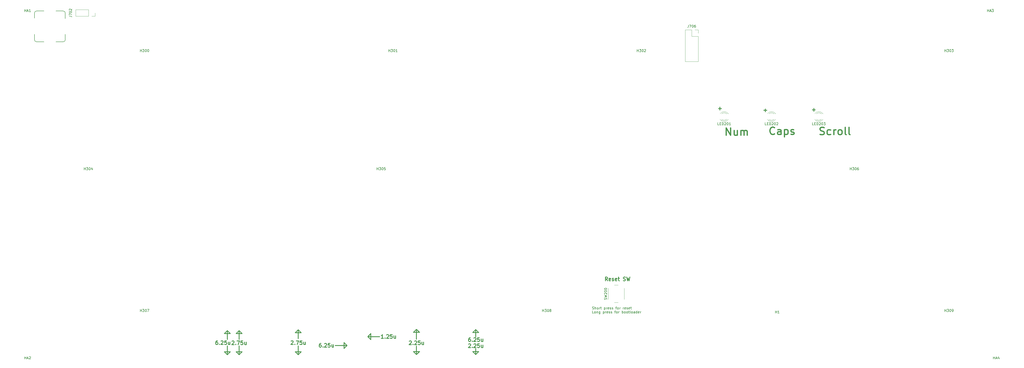
<source format=gbr>
G04 #@! TF.GenerationSoftware,KiCad,Pcbnew,7.0.2*
G04 #@! TF.CreationDate,2023-06-04T01:27:27-04:00*
G04 #@! TF.ProjectId,Boston-keyboard-V082DHI,426f7374-6f6e-42d6-9b65-79626f617264,rev?*
G04 #@! TF.SameCoordinates,Original*
G04 #@! TF.FileFunction,Legend,Top*
G04 #@! TF.FilePolarity,Positive*
%FSLAX46Y46*%
G04 Gerber Fmt 4.6, Leading zero omitted, Abs format (unit mm)*
G04 Created by KiCad (PCBNEW 7.0.2) date 2023-06-04 01:27:27*
%MOMM*%
%LPD*%
G01*
G04 APERTURE LIST*
%ADD10C,0.300000*%
%ADD11C,0.500000*%
%ADD12C,0.200000*%
%ADD13C,0.150000*%
%ADD14C,0.120000*%
G04 APERTURE END LIST*
D10*
X142200064Y-165175000D02*
X142200064Y-168746878D01*
X212409374Y-167428082D02*
X214790626Y-167428082D01*
X195182921Y-162604775D02*
X193992295Y-161414149D01*
X142200064Y-168746878D02*
X141009438Y-167556252D01*
X166012584Y-165139061D02*
X166012584Y-168710939D01*
X238640770Y-159757809D02*
X236259518Y-159757809D01*
X136246934Y-167556252D02*
X138628186Y-167556252D01*
X167203210Y-167520313D02*
X166012584Y-168710939D01*
X193992295Y-161414149D02*
X198754799Y-161414149D01*
X141009438Y-167556252D02*
X143390690Y-167556252D01*
X138618748Y-160175000D02*
X137428122Y-158984374D01*
X166000000Y-158639061D02*
X164809374Y-159829687D01*
X136237496Y-160175000D02*
X138618748Y-160175000D01*
X214790626Y-167428082D02*
X213600000Y-168618708D01*
X167190626Y-159829687D02*
X166000000Y-158639061D01*
X237450144Y-158567183D02*
X238640770Y-159757809D01*
X237450144Y-168687504D02*
X238640770Y-167496878D01*
X185657913Y-164986027D02*
X184467287Y-163795401D01*
X141000000Y-160175000D02*
X143381252Y-160175000D01*
X237450144Y-158567183D02*
X237450144Y-161543748D01*
X166000000Y-162210939D02*
X166000000Y-158639061D01*
X213600000Y-165281116D02*
X213600000Y-168618708D01*
X137428122Y-162556252D02*
X137428122Y-158984374D01*
X164809374Y-159829687D02*
X167190626Y-159829687D01*
X138628186Y-167556252D02*
X137437560Y-168746878D01*
X137428122Y-158984374D02*
X136237496Y-160175000D01*
X237450144Y-166306252D02*
X237450144Y-168687504D01*
X195182921Y-160223523D02*
X195182921Y-162604775D01*
X164821958Y-167520313D02*
X167203210Y-167520313D01*
X142190626Y-162556252D02*
X142190626Y-158984374D01*
X213600000Y-162481116D02*
X213600000Y-158498387D01*
X166012584Y-168710939D02*
X164821958Y-167520313D01*
X184467287Y-166176653D02*
X185657913Y-164986027D01*
X143390690Y-167556252D02*
X142200064Y-168746878D01*
X237450144Y-168687504D02*
X236259518Y-167496878D01*
X212409374Y-159689013D02*
X214790626Y-159689013D01*
X236259518Y-159757809D02*
X237450144Y-158567183D01*
X193992295Y-161414149D02*
X195182921Y-160223523D01*
X214790626Y-159689013D02*
X213600000Y-158498387D01*
X213600000Y-168618708D02*
X212409374Y-167428082D01*
X142190626Y-158984374D02*
X141000000Y-160175000D01*
X137437560Y-165175000D02*
X137437560Y-168746878D01*
X213600000Y-158498387D02*
X212409374Y-159689013D01*
X137437560Y-168746878D02*
X136246934Y-167556252D01*
X180895409Y-164986027D02*
X185657913Y-164986027D01*
X236259518Y-167496878D02*
X238640770Y-167496878D01*
X143381252Y-160175000D02*
X142190626Y-158984374D01*
X184467287Y-163795401D02*
X184467287Y-166176653D01*
D11*
X376029999Y-79895000D02*
X376458571Y-80037857D01*
X376458571Y-80037857D02*
X377172856Y-80037857D01*
X377172856Y-80037857D02*
X377458571Y-79895000D01*
X377458571Y-79895000D02*
X377601428Y-79752142D01*
X377601428Y-79752142D02*
X377744285Y-79466428D01*
X377744285Y-79466428D02*
X377744285Y-79180714D01*
X377744285Y-79180714D02*
X377601428Y-78895000D01*
X377601428Y-78895000D02*
X377458571Y-78752142D01*
X377458571Y-78752142D02*
X377172856Y-78609285D01*
X377172856Y-78609285D02*
X376601428Y-78466428D01*
X376601428Y-78466428D02*
X376315713Y-78323571D01*
X376315713Y-78323571D02*
X376172856Y-78180714D01*
X376172856Y-78180714D02*
X376029999Y-77895000D01*
X376029999Y-77895000D02*
X376029999Y-77609285D01*
X376029999Y-77609285D02*
X376172856Y-77323571D01*
X376172856Y-77323571D02*
X376315713Y-77180714D01*
X376315713Y-77180714D02*
X376601428Y-77037857D01*
X376601428Y-77037857D02*
X377315713Y-77037857D01*
X377315713Y-77037857D02*
X377744285Y-77180714D01*
X380315714Y-79895000D02*
X380029999Y-80037857D01*
X380029999Y-80037857D02*
X379458571Y-80037857D01*
X379458571Y-80037857D02*
X379172856Y-79895000D01*
X379172856Y-79895000D02*
X379029999Y-79752142D01*
X379029999Y-79752142D02*
X378887142Y-79466428D01*
X378887142Y-79466428D02*
X378887142Y-78609285D01*
X378887142Y-78609285D02*
X379029999Y-78323571D01*
X379029999Y-78323571D02*
X379172856Y-78180714D01*
X379172856Y-78180714D02*
X379458571Y-78037857D01*
X379458571Y-78037857D02*
X380029999Y-78037857D01*
X380029999Y-78037857D02*
X380315714Y-78180714D01*
X381601428Y-80037857D02*
X381601428Y-78037857D01*
X381601428Y-78609285D02*
X381744285Y-78323571D01*
X381744285Y-78323571D02*
X381887143Y-78180714D01*
X381887143Y-78180714D02*
X382172857Y-78037857D01*
X382172857Y-78037857D02*
X382458571Y-78037857D01*
X383887143Y-80037857D02*
X383601428Y-79895000D01*
X383601428Y-79895000D02*
X383458571Y-79752142D01*
X383458571Y-79752142D02*
X383315714Y-79466428D01*
X383315714Y-79466428D02*
X383315714Y-78609285D01*
X383315714Y-78609285D02*
X383458571Y-78323571D01*
X383458571Y-78323571D02*
X383601428Y-78180714D01*
X383601428Y-78180714D02*
X383887143Y-78037857D01*
X383887143Y-78037857D02*
X384315714Y-78037857D01*
X384315714Y-78037857D02*
X384601428Y-78180714D01*
X384601428Y-78180714D02*
X384744286Y-78323571D01*
X384744286Y-78323571D02*
X384887143Y-78609285D01*
X384887143Y-78609285D02*
X384887143Y-79466428D01*
X384887143Y-79466428D02*
X384744286Y-79752142D01*
X384744286Y-79752142D02*
X384601428Y-79895000D01*
X384601428Y-79895000D02*
X384315714Y-80037857D01*
X384315714Y-80037857D02*
X383887143Y-80037857D01*
X386601429Y-80037857D02*
X386315714Y-79895000D01*
X386315714Y-79895000D02*
X386172857Y-79609285D01*
X386172857Y-79609285D02*
X386172857Y-77037857D01*
X388172858Y-80037857D02*
X387887143Y-79895000D01*
X387887143Y-79895000D02*
X387744286Y-79609285D01*
X387744286Y-79609285D02*
X387744286Y-77037857D01*
D10*
X372978571Y-70032500D02*
X374121429Y-70032500D01*
X373550000Y-70603928D02*
X373550000Y-69461071D01*
D11*
X338305714Y-80277857D02*
X338305714Y-77277857D01*
X338305714Y-77277857D02*
X340020000Y-80277857D01*
X340020000Y-80277857D02*
X340020000Y-77277857D01*
X342734286Y-78277857D02*
X342734286Y-80277857D01*
X341448571Y-78277857D02*
X341448571Y-79849285D01*
X341448571Y-79849285D02*
X341591428Y-80135000D01*
X341591428Y-80135000D02*
X341877143Y-80277857D01*
X341877143Y-80277857D02*
X342305714Y-80277857D01*
X342305714Y-80277857D02*
X342591428Y-80135000D01*
X342591428Y-80135000D02*
X342734286Y-79992142D01*
X344162857Y-80277857D02*
X344162857Y-78277857D01*
X344162857Y-78563571D02*
X344305714Y-78420714D01*
X344305714Y-78420714D02*
X344591429Y-78277857D01*
X344591429Y-78277857D02*
X345020000Y-78277857D01*
X345020000Y-78277857D02*
X345305714Y-78420714D01*
X345305714Y-78420714D02*
X345448572Y-78706428D01*
X345448572Y-78706428D02*
X345448572Y-80277857D01*
X345448572Y-78706428D02*
X345591429Y-78420714D01*
X345591429Y-78420714D02*
X345877143Y-78277857D01*
X345877143Y-78277857D02*
X346305714Y-78277857D01*
X346305714Y-78277857D02*
X346591429Y-78420714D01*
X346591429Y-78420714D02*
X346734286Y-78706428D01*
X346734286Y-78706428D02*
X346734286Y-80277857D01*
D10*
X133473050Y-163118928D02*
X133187335Y-163118928D01*
X133187335Y-163118928D02*
X133044478Y-163190357D01*
X133044478Y-163190357D02*
X132973050Y-163261785D01*
X132973050Y-163261785D02*
X132830192Y-163476071D01*
X132830192Y-163476071D02*
X132758764Y-163761785D01*
X132758764Y-163761785D02*
X132758764Y-164333214D01*
X132758764Y-164333214D02*
X132830192Y-164476071D01*
X132830192Y-164476071D02*
X132901621Y-164547500D01*
X132901621Y-164547500D02*
X133044478Y-164618928D01*
X133044478Y-164618928D02*
X133330192Y-164618928D01*
X133330192Y-164618928D02*
X133473050Y-164547500D01*
X133473050Y-164547500D02*
X133544478Y-164476071D01*
X133544478Y-164476071D02*
X133615907Y-164333214D01*
X133615907Y-164333214D02*
X133615907Y-163976071D01*
X133615907Y-163976071D02*
X133544478Y-163833214D01*
X133544478Y-163833214D02*
X133473050Y-163761785D01*
X133473050Y-163761785D02*
X133330192Y-163690357D01*
X133330192Y-163690357D02*
X133044478Y-163690357D01*
X133044478Y-163690357D02*
X132901621Y-163761785D01*
X132901621Y-163761785D02*
X132830192Y-163833214D01*
X132830192Y-163833214D02*
X132758764Y-163976071D01*
X134258763Y-164476071D02*
X134330192Y-164547500D01*
X134330192Y-164547500D02*
X134258763Y-164618928D01*
X134258763Y-164618928D02*
X134187335Y-164547500D01*
X134187335Y-164547500D02*
X134258763Y-164476071D01*
X134258763Y-164476071D02*
X134258763Y-164618928D01*
X134901621Y-163261785D02*
X134973049Y-163190357D01*
X134973049Y-163190357D02*
X135115907Y-163118928D01*
X135115907Y-163118928D02*
X135473049Y-163118928D01*
X135473049Y-163118928D02*
X135615907Y-163190357D01*
X135615907Y-163190357D02*
X135687335Y-163261785D01*
X135687335Y-163261785D02*
X135758764Y-163404642D01*
X135758764Y-163404642D02*
X135758764Y-163547500D01*
X135758764Y-163547500D02*
X135687335Y-163761785D01*
X135687335Y-163761785D02*
X134830192Y-164618928D01*
X134830192Y-164618928D02*
X135758764Y-164618928D01*
X137115906Y-163118928D02*
X136401620Y-163118928D01*
X136401620Y-163118928D02*
X136330192Y-163833214D01*
X136330192Y-163833214D02*
X136401620Y-163761785D01*
X136401620Y-163761785D02*
X136544478Y-163690357D01*
X136544478Y-163690357D02*
X136901620Y-163690357D01*
X136901620Y-163690357D02*
X137044478Y-163761785D01*
X137044478Y-163761785D02*
X137115906Y-163833214D01*
X137115906Y-163833214D02*
X137187335Y-163976071D01*
X137187335Y-163976071D02*
X137187335Y-164333214D01*
X137187335Y-164333214D02*
X137115906Y-164476071D01*
X137115906Y-164476071D02*
X137044478Y-164547500D01*
X137044478Y-164547500D02*
X136901620Y-164618928D01*
X136901620Y-164618928D02*
X136544478Y-164618928D01*
X136544478Y-164618928D02*
X136401620Y-164547500D01*
X136401620Y-164547500D02*
X136330192Y-164476071D01*
X138473049Y-163618928D02*
X138473049Y-164618928D01*
X137830191Y-163618928D02*
X137830191Y-164404642D01*
X137830191Y-164404642D02*
X137901620Y-164547500D01*
X137901620Y-164547500D02*
X138044477Y-164618928D01*
X138044477Y-164618928D02*
X138258763Y-164618928D01*
X138258763Y-164618928D02*
X138401620Y-164547500D01*
X138401620Y-164547500D02*
X138473049Y-164476071D01*
X290500000Y-138918928D02*
X290000000Y-138204642D01*
X289642857Y-138918928D02*
X289642857Y-137418928D01*
X289642857Y-137418928D02*
X290214286Y-137418928D01*
X290214286Y-137418928D02*
X290357143Y-137490357D01*
X290357143Y-137490357D02*
X290428572Y-137561785D01*
X290428572Y-137561785D02*
X290500000Y-137704642D01*
X290500000Y-137704642D02*
X290500000Y-137918928D01*
X290500000Y-137918928D02*
X290428572Y-138061785D01*
X290428572Y-138061785D02*
X290357143Y-138133214D01*
X290357143Y-138133214D02*
X290214286Y-138204642D01*
X290214286Y-138204642D02*
X289642857Y-138204642D01*
X291714286Y-138847500D02*
X291571429Y-138918928D01*
X291571429Y-138918928D02*
X291285715Y-138918928D01*
X291285715Y-138918928D02*
X291142857Y-138847500D01*
X291142857Y-138847500D02*
X291071429Y-138704642D01*
X291071429Y-138704642D02*
X291071429Y-138133214D01*
X291071429Y-138133214D02*
X291142857Y-137990357D01*
X291142857Y-137990357D02*
X291285715Y-137918928D01*
X291285715Y-137918928D02*
X291571429Y-137918928D01*
X291571429Y-137918928D02*
X291714286Y-137990357D01*
X291714286Y-137990357D02*
X291785715Y-138133214D01*
X291785715Y-138133214D02*
X291785715Y-138276071D01*
X291785715Y-138276071D02*
X291071429Y-138418928D01*
X292357143Y-138847500D02*
X292500000Y-138918928D01*
X292500000Y-138918928D02*
X292785714Y-138918928D01*
X292785714Y-138918928D02*
X292928571Y-138847500D01*
X292928571Y-138847500D02*
X293000000Y-138704642D01*
X293000000Y-138704642D02*
X293000000Y-138633214D01*
X293000000Y-138633214D02*
X292928571Y-138490357D01*
X292928571Y-138490357D02*
X292785714Y-138418928D01*
X292785714Y-138418928D02*
X292571429Y-138418928D01*
X292571429Y-138418928D02*
X292428571Y-138347500D01*
X292428571Y-138347500D02*
X292357143Y-138204642D01*
X292357143Y-138204642D02*
X292357143Y-138133214D01*
X292357143Y-138133214D02*
X292428571Y-137990357D01*
X292428571Y-137990357D02*
X292571429Y-137918928D01*
X292571429Y-137918928D02*
X292785714Y-137918928D01*
X292785714Y-137918928D02*
X292928571Y-137990357D01*
X294214286Y-138847500D02*
X294071429Y-138918928D01*
X294071429Y-138918928D02*
X293785715Y-138918928D01*
X293785715Y-138918928D02*
X293642857Y-138847500D01*
X293642857Y-138847500D02*
X293571429Y-138704642D01*
X293571429Y-138704642D02*
X293571429Y-138133214D01*
X293571429Y-138133214D02*
X293642857Y-137990357D01*
X293642857Y-137990357D02*
X293785715Y-137918928D01*
X293785715Y-137918928D02*
X294071429Y-137918928D01*
X294071429Y-137918928D02*
X294214286Y-137990357D01*
X294214286Y-137990357D02*
X294285715Y-138133214D01*
X294285715Y-138133214D02*
X294285715Y-138276071D01*
X294285715Y-138276071D02*
X293571429Y-138418928D01*
X294714286Y-137918928D02*
X295285714Y-137918928D01*
X294928571Y-137418928D02*
X294928571Y-138704642D01*
X294928571Y-138704642D02*
X295000000Y-138847500D01*
X295000000Y-138847500D02*
X295142857Y-138918928D01*
X295142857Y-138918928D02*
X295285714Y-138918928D01*
X296857143Y-138847500D02*
X297071429Y-138918928D01*
X297071429Y-138918928D02*
X297428571Y-138918928D01*
X297428571Y-138918928D02*
X297571429Y-138847500D01*
X297571429Y-138847500D02*
X297642857Y-138776071D01*
X297642857Y-138776071D02*
X297714286Y-138633214D01*
X297714286Y-138633214D02*
X297714286Y-138490357D01*
X297714286Y-138490357D02*
X297642857Y-138347500D01*
X297642857Y-138347500D02*
X297571429Y-138276071D01*
X297571429Y-138276071D02*
X297428571Y-138204642D01*
X297428571Y-138204642D02*
X297142857Y-138133214D01*
X297142857Y-138133214D02*
X297000000Y-138061785D01*
X297000000Y-138061785D02*
X296928571Y-137990357D01*
X296928571Y-137990357D02*
X296857143Y-137847500D01*
X296857143Y-137847500D02*
X296857143Y-137704642D01*
X296857143Y-137704642D02*
X296928571Y-137561785D01*
X296928571Y-137561785D02*
X297000000Y-137490357D01*
X297000000Y-137490357D02*
X297142857Y-137418928D01*
X297142857Y-137418928D02*
X297500000Y-137418928D01*
X297500000Y-137418928D02*
X297714286Y-137490357D01*
X298214285Y-137418928D02*
X298571428Y-138918928D01*
X298571428Y-138918928D02*
X298857142Y-137847500D01*
X298857142Y-137847500D02*
X299142857Y-138918928D01*
X299142857Y-138918928D02*
X299500000Y-137418928D01*
X200290963Y-162108077D02*
X199433820Y-162108077D01*
X199862391Y-162108077D02*
X199862391Y-160608077D01*
X199862391Y-160608077D02*
X199719534Y-160822363D01*
X199719534Y-160822363D02*
X199576677Y-160965220D01*
X199576677Y-160965220D02*
X199433820Y-161036649D01*
X200933819Y-161965220D02*
X201005248Y-162036649D01*
X201005248Y-162036649D02*
X200933819Y-162108077D01*
X200933819Y-162108077D02*
X200862391Y-162036649D01*
X200862391Y-162036649D02*
X200933819Y-161965220D01*
X200933819Y-161965220D02*
X200933819Y-162108077D01*
X201576677Y-160750934D02*
X201648105Y-160679506D01*
X201648105Y-160679506D02*
X201790963Y-160608077D01*
X201790963Y-160608077D02*
X202148105Y-160608077D01*
X202148105Y-160608077D02*
X202290963Y-160679506D01*
X202290963Y-160679506D02*
X202362391Y-160750934D01*
X202362391Y-160750934D02*
X202433820Y-160893791D01*
X202433820Y-160893791D02*
X202433820Y-161036649D01*
X202433820Y-161036649D02*
X202362391Y-161250934D01*
X202362391Y-161250934D02*
X201505248Y-162108077D01*
X201505248Y-162108077D02*
X202433820Y-162108077D01*
X203790962Y-160608077D02*
X203076676Y-160608077D01*
X203076676Y-160608077D02*
X203005248Y-161322363D01*
X203005248Y-161322363D02*
X203076676Y-161250934D01*
X203076676Y-161250934D02*
X203219534Y-161179506D01*
X203219534Y-161179506D02*
X203576676Y-161179506D01*
X203576676Y-161179506D02*
X203719534Y-161250934D01*
X203719534Y-161250934D02*
X203790962Y-161322363D01*
X203790962Y-161322363D02*
X203862391Y-161465220D01*
X203862391Y-161465220D02*
X203862391Y-161822363D01*
X203862391Y-161822363D02*
X203790962Y-161965220D01*
X203790962Y-161965220D02*
X203719534Y-162036649D01*
X203719534Y-162036649D02*
X203576676Y-162108077D01*
X203576676Y-162108077D02*
X203219534Y-162108077D01*
X203219534Y-162108077D02*
X203076676Y-162036649D01*
X203076676Y-162036649D02*
X203005248Y-161965220D01*
X205148105Y-161108077D02*
X205148105Y-162108077D01*
X204505247Y-161108077D02*
X204505247Y-161893791D01*
X204505247Y-161893791D02*
X204576676Y-162036649D01*
X204576676Y-162036649D02*
X204719533Y-162108077D01*
X204719533Y-162108077D02*
X204933819Y-162108077D01*
X204933819Y-162108077D02*
X205076676Y-162036649D01*
X205076676Y-162036649D02*
X205148105Y-161965220D01*
X353428571Y-70212500D02*
X354571429Y-70212500D01*
X354000000Y-70783928D02*
X354000000Y-69641071D01*
D11*
X357760000Y-79662142D02*
X357617143Y-79805000D01*
X357617143Y-79805000D02*
X357188571Y-79947857D01*
X357188571Y-79947857D02*
X356902857Y-79947857D01*
X356902857Y-79947857D02*
X356474286Y-79805000D01*
X356474286Y-79805000D02*
X356188571Y-79519285D01*
X356188571Y-79519285D02*
X356045714Y-79233571D01*
X356045714Y-79233571D02*
X355902857Y-78662142D01*
X355902857Y-78662142D02*
X355902857Y-78233571D01*
X355902857Y-78233571D02*
X356045714Y-77662142D01*
X356045714Y-77662142D02*
X356188571Y-77376428D01*
X356188571Y-77376428D02*
X356474286Y-77090714D01*
X356474286Y-77090714D02*
X356902857Y-76947857D01*
X356902857Y-76947857D02*
X357188571Y-76947857D01*
X357188571Y-76947857D02*
X357617143Y-77090714D01*
X357617143Y-77090714D02*
X357760000Y-77233571D01*
X360331429Y-79947857D02*
X360331429Y-78376428D01*
X360331429Y-78376428D02*
X360188571Y-78090714D01*
X360188571Y-78090714D02*
X359902857Y-77947857D01*
X359902857Y-77947857D02*
X359331429Y-77947857D01*
X359331429Y-77947857D02*
X359045714Y-78090714D01*
X360331429Y-79805000D02*
X360045714Y-79947857D01*
X360045714Y-79947857D02*
X359331429Y-79947857D01*
X359331429Y-79947857D02*
X359045714Y-79805000D01*
X359045714Y-79805000D02*
X358902857Y-79519285D01*
X358902857Y-79519285D02*
X358902857Y-79233571D01*
X358902857Y-79233571D02*
X359045714Y-78947857D01*
X359045714Y-78947857D02*
X359331429Y-78805000D01*
X359331429Y-78805000D02*
X360045714Y-78805000D01*
X360045714Y-78805000D02*
X360331429Y-78662142D01*
X361760000Y-77947857D02*
X361760000Y-80947857D01*
X361760000Y-78090714D02*
X362045715Y-77947857D01*
X362045715Y-77947857D02*
X362617143Y-77947857D01*
X362617143Y-77947857D02*
X362902857Y-78090714D01*
X362902857Y-78090714D02*
X363045715Y-78233571D01*
X363045715Y-78233571D02*
X363188572Y-78519285D01*
X363188572Y-78519285D02*
X363188572Y-79376428D01*
X363188572Y-79376428D02*
X363045715Y-79662142D01*
X363045715Y-79662142D02*
X362902857Y-79805000D01*
X362902857Y-79805000D02*
X362617143Y-79947857D01*
X362617143Y-79947857D02*
X362045715Y-79947857D01*
X362045715Y-79947857D02*
X361760000Y-79805000D01*
X364331429Y-79805000D02*
X364617143Y-79947857D01*
X364617143Y-79947857D02*
X365188572Y-79947857D01*
X365188572Y-79947857D02*
X365474286Y-79805000D01*
X365474286Y-79805000D02*
X365617143Y-79519285D01*
X365617143Y-79519285D02*
X365617143Y-79376428D01*
X365617143Y-79376428D02*
X365474286Y-79090714D01*
X365474286Y-79090714D02*
X365188572Y-78947857D01*
X365188572Y-78947857D02*
X364760001Y-78947857D01*
X364760001Y-78947857D02*
X364474286Y-78805000D01*
X364474286Y-78805000D02*
X364331429Y-78519285D01*
X364331429Y-78519285D02*
X364331429Y-78376428D01*
X364331429Y-78376428D02*
X364474286Y-78090714D01*
X364474286Y-78090714D02*
X364760001Y-77947857D01*
X364760001Y-77947857D02*
X365188572Y-77947857D01*
X365188572Y-77947857D02*
X365474286Y-78090714D01*
D10*
X175144960Y-164179955D02*
X174859245Y-164179955D01*
X174859245Y-164179955D02*
X174716388Y-164251384D01*
X174716388Y-164251384D02*
X174644960Y-164322812D01*
X174644960Y-164322812D02*
X174502102Y-164537098D01*
X174502102Y-164537098D02*
X174430674Y-164822812D01*
X174430674Y-164822812D02*
X174430674Y-165394241D01*
X174430674Y-165394241D02*
X174502102Y-165537098D01*
X174502102Y-165537098D02*
X174573531Y-165608527D01*
X174573531Y-165608527D02*
X174716388Y-165679955D01*
X174716388Y-165679955D02*
X175002102Y-165679955D01*
X175002102Y-165679955D02*
X175144960Y-165608527D01*
X175144960Y-165608527D02*
X175216388Y-165537098D01*
X175216388Y-165537098D02*
X175287817Y-165394241D01*
X175287817Y-165394241D02*
X175287817Y-165037098D01*
X175287817Y-165037098D02*
X175216388Y-164894241D01*
X175216388Y-164894241D02*
X175144960Y-164822812D01*
X175144960Y-164822812D02*
X175002102Y-164751384D01*
X175002102Y-164751384D02*
X174716388Y-164751384D01*
X174716388Y-164751384D02*
X174573531Y-164822812D01*
X174573531Y-164822812D02*
X174502102Y-164894241D01*
X174502102Y-164894241D02*
X174430674Y-165037098D01*
X175930673Y-165537098D02*
X176002102Y-165608527D01*
X176002102Y-165608527D02*
X175930673Y-165679955D01*
X175930673Y-165679955D02*
X175859245Y-165608527D01*
X175859245Y-165608527D02*
X175930673Y-165537098D01*
X175930673Y-165537098D02*
X175930673Y-165679955D01*
X176573531Y-164322812D02*
X176644959Y-164251384D01*
X176644959Y-164251384D02*
X176787817Y-164179955D01*
X176787817Y-164179955D02*
X177144959Y-164179955D01*
X177144959Y-164179955D02*
X177287817Y-164251384D01*
X177287817Y-164251384D02*
X177359245Y-164322812D01*
X177359245Y-164322812D02*
X177430674Y-164465669D01*
X177430674Y-164465669D02*
X177430674Y-164608527D01*
X177430674Y-164608527D02*
X177359245Y-164822812D01*
X177359245Y-164822812D02*
X176502102Y-165679955D01*
X176502102Y-165679955D02*
X177430674Y-165679955D01*
X178787816Y-164179955D02*
X178073530Y-164179955D01*
X178073530Y-164179955D02*
X178002102Y-164894241D01*
X178002102Y-164894241D02*
X178073530Y-164822812D01*
X178073530Y-164822812D02*
X178216388Y-164751384D01*
X178216388Y-164751384D02*
X178573530Y-164751384D01*
X178573530Y-164751384D02*
X178716388Y-164822812D01*
X178716388Y-164822812D02*
X178787816Y-164894241D01*
X178787816Y-164894241D02*
X178859245Y-165037098D01*
X178859245Y-165037098D02*
X178859245Y-165394241D01*
X178859245Y-165394241D02*
X178787816Y-165537098D01*
X178787816Y-165537098D02*
X178716388Y-165608527D01*
X178716388Y-165608527D02*
X178573530Y-165679955D01*
X178573530Y-165679955D02*
X178216388Y-165679955D01*
X178216388Y-165679955D02*
X178073530Y-165608527D01*
X178073530Y-165608527D02*
X178002102Y-165537098D01*
X180144959Y-164679955D02*
X180144959Y-165679955D01*
X179502101Y-164679955D02*
X179502101Y-165465669D01*
X179502101Y-165465669D02*
X179573530Y-165608527D01*
X179573530Y-165608527D02*
X179716387Y-165679955D01*
X179716387Y-165679955D02*
X179930673Y-165679955D01*
X179930673Y-165679955D02*
X180073530Y-165608527D01*
X180073530Y-165608527D02*
X180144959Y-165537098D01*
X335198571Y-69512500D02*
X336341429Y-69512500D01*
X335770000Y-70083928D02*
X335770000Y-68941071D01*
X163107143Y-163261785D02*
X163178571Y-163190357D01*
X163178571Y-163190357D02*
X163321429Y-163118928D01*
X163321429Y-163118928D02*
X163678571Y-163118928D01*
X163678571Y-163118928D02*
X163821429Y-163190357D01*
X163821429Y-163190357D02*
X163892857Y-163261785D01*
X163892857Y-163261785D02*
X163964286Y-163404642D01*
X163964286Y-163404642D02*
X163964286Y-163547500D01*
X163964286Y-163547500D02*
X163892857Y-163761785D01*
X163892857Y-163761785D02*
X163035714Y-164618928D01*
X163035714Y-164618928D02*
X163964286Y-164618928D01*
X164607142Y-164476071D02*
X164678571Y-164547500D01*
X164678571Y-164547500D02*
X164607142Y-164618928D01*
X164607142Y-164618928D02*
X164535714Y-164547500D01*
X164535714Y-164547500D02*
X164607142Y-164476071D01*
X164607142Y-164476071D02*
X164607142Y-164618928D01*
X165178571Y-163118928D02*
X166178571Y-163118928D01*
X166178571Y-163118928D02*
X165535714Y-164618928D01*
X167464285Y-163118928D02*
X166749999Y-163118928D01*
X166749999Y-163118928D02*
X166678571Y-163833214D01*
X166678571Y-163833214D02*
X166749999Y-163761785D01*
X166749999Y-163761785D02*
X166892857Y-163690357D01*
X166892857Y-163690357D02*
X167249999Y-163690357D01*
X167249999Y-163690357D02*
X167392857Y-163761785D01*
X167392857Y-163761785D02*
X167464285Y-163833214D01*
X167464285Y-163833214D02*
X167535714Y-163976071D01*
X167535714Y-163976071D02*
X167535714Y-164333214D01*
X167535714Y-164333214D02*
X167464285Y-164476071D01*
X167464285Y-164476071D02*
X167392857Y-164547500D01*
X167392857Y-164547500D02*
X167249999Y-164618928D01*
X167249999Y-164618928D02*
X166892857Y-164618928D01*
X166892857Y-164618928D02*
X166749999Y-164547500D01*
X166749999Y-164547500D02*
X166678571Y-164476071D01*
X168821428Y-163618928D02*
X168821428Y-164618928D01*
X168178570Y-163618928D02*
X168178570Y-164404642D01*
X168178570Y-164404642D02*
X168249999Y-164547500D01*
X168249999Y-164547500D02*
X168392856Y-164618928D01*
X168392856Y-164618928D02*
X168607142Y-164618928D01*
X168607142Y-164618928D02*
X168749999Y-164547500D01*
X168749999Y-164547500D02*
X168821428Y-164476071D01*
X210707143Y-163286697D02*
X210778571Y-163215269D01*
X210778571Y-163215269D02*
X210921429Y-163143840D01*
X210921429Y-163143840D02*
X211278571Y-163143840D01*
X211278571Y-163143840D02*
X211421429Y-163215269D01*
X211421429Y-163215269D02*
X211492857Y-163286697D01*
X211492857Y-163286697D02*
X211564286Y-163429554D01*
X211564286Y-163429554D02*
X211564286Y-163572412D01*
X211564286Y-163572412D02*
X211492857Y-163786697D01*
X211492857Y-163786697D02*
X210635714Y-164643840D01*
X210635714Y-164643840D02*
X211564286Y-164643840D01*
X212207142Y-164500983D02*
X212278571Y-164572412D01*
X212278571Y-164572412D02*
X212207142Y-164643840D01*
X212207142Y-164643840D02*
X212135714Y-164572412D01*
X212135714Y-164572412D02*
X212207142Y-164500983D01*
X212207142Y-164500983D02*
X212207142Y-164643840D01*
X212850000Y-163286697D02*
X212921428Y-163215269D01*
X212921428Y-163215269D02*
X213064286Y-163143840D01*
X213064286Y-163143840D02*
X213421428Y-163143840D01*
X213421428Y-163143840D02*
X213564286Y-163215269D01*
X213564286Y-163215269D02*
X213635714Y-163286697D01*
X213635714Y-163286697D02*
X213707143Y-163429554D01*
X213707143Y-163429554D02*
X213707143Y-163572412D01*
X213707143Y-163572412D02*
X213635714Y-163786697D01*
X213635714Y-163786697D02*
X212778571Y-164643840D01*
X212778571Y-164643840D02*
X213707143Y-164643840D01*
X215064285Y-163143840D02*
X214349999Y-163143840D01*
X214349999Y-163143840D02*
X214278571Y-163858126D01*
X214278571Y-163858126D02*
X214349999Y-163786697D01*
X214349999Y-163786697D02*
X214492857Y-163715269D01*
X214492857Y-163715269D02*
X214849999Y-163715269D01*
X214849999Y-163715269D02*
X214992857Y-163786697D01*
X214992857Y-163786697D02*
X215064285Y-163858126D01*
X215064285Y-163858126D02*
X215135714Y-164000983D01*
X215135714Y-164000983D02*
X215135714Y-164358126D01*
X215135714Y-164358126D02*
X215064285Y-164500983D01*
X215064285Y-164500983D02*
X214992857Y-164572412D01*
X214992857Y-164572412D02*
X214849999Y-164643840D01*
X214849999Y-164643840D02*
X214492857Y-164643840D01*
X214492857Y-164643840D02*
X214349999Y-164572412D01*
X214349999Y-164572412D02*
X214278571Y-164500983D01*
X216421428Y-163643840D02*
X216421428Y-164643840D01*
X215778570Y-163643840D02*
X215778570Y-164429554D01*
X215778570Y-164429554D02*
X215849999Y-164572412D01*
X215849999Y-164572412D02*
X215992856Y-164643840D01*
X215992856Y-164643840D02*
X216207142Y-164643840D01*
X216207142Y-164643840D02*
X216349999Y-164572412D01*
X216349999Y-164572412D02*
X216421428Y-164500983D01*
X235271573Y-161903928D02*
X234985858Y-161903928D01*
X234985858Y-161903928D02*
X234843001Y-161975357D01*
X234843001Y-161975357D02*
X234771573Y-162046785D01*
X234771573Y-162046785D02*
X234628715Y-162261071D01*
X234628715Y-162261071D02*
X234557287Y-162546785D01*
X234557287Y-162546785D02*
X234557287Y-163118214D01*
X234557287Y-163118214D02*
X234628715Y-163261071D01*
X234628715Y-163261071D02*
X234700144Y-163332500D01*
X234700144Y-163332500D02*
X234843001Y-163403928D01*
X234843001Y-163403928D02*
X235128715Y-163403928D01*
X235128715Y-163403928D02*
X235271573Y-163332500D01*
X235271573Y-163332500D02*
X235343001Y-163261071D01*
X235343001Y-163261071D02*
X235414430Y-163118214D01*
X235414430Y-163118214D02*
X235414430Y-162761071D01*
X235414430Y-162761071D02*
X235343001Y-162618214D01*
X235343001Y-162618214D02*
X235271573Y-162546785D01*
X235271573Y-162546785D02*
X235128715Y-162475357D01*
X235128715Y-162475357D02*
X234843001Y-162475357D01*
X234843001Y-162475357D02*
X234700144Y-162546785D01*
X234700144Y-162546785D02*
X234628715Y-162618214D01*
X234628715Y-162618214D02*
X234557287Y-162761071D01*
X236057286Y-163261071D02*
X236128715Y-163332500D01*
X236128715Y-163332500D02*
X236057286Y-163403928D01*
X236057286Y-163403928D02*
X235985858Y-163332500D01*
X235985858Y-163332500D02*
X236057286Y-163261071D01*
X236057286Y-163261071D02*
X236057286Y-163403928D01*
X236700144Y-162046785D02*
X236771572Y-161975357D01*
X236771572Y-161975357D02*
X236914430Y-161903928D01*
X236914430Y-161903928D02*
X237271572Y-161903928D01*
X237271572Y-161903928D02*
X237414430Y-161975357D01*
X237414430Y-161975357D02*
X237485858Y-162046785D01*
X237485858Y-162046785D02*
X237557287Y-162189642D01*
X237557287Y-162189642D02*
X237557287Y-162332500D01*
X237557287Y-162332500D02*
X237485858Y-162546785D01*
X237485858Y-162546785D02*
X236628715Y-163403928D01*
X236628715Y-163403928D02*
X237557287Y-163403928D01*
X238914429Y-161903928D02*
X238200143Y-161903928D01*
X238200143Y-161903928D02*
X238128715Y-162618214D01*
X238128715Y-162618214D02*
X238200143Y-162546785D01*
X238200143Y-162546785D02*
X238343001Y-162475357D01*
X238343001Y-162475357D02*
X238700143Y-162475357D01*
X238700143Y-162475357D02*
X238843001Y-162546785D01*
X238843001Y-162546785D02*
X238914429Y-162618214D01*
X238914429Y-162618214D02*
X238985858Y-162761071D01*
X238985858Y-162761071D02*
X238985858Y-163118214D01*
X238985858Y-163118214D02*
X238914429Y-163261071D01*
X238914429Y-163261071D02*
X238843001Y-163332500D01*
X238843001Y-163332500D02*
X238700143Y-163403928D01*
X238700143Y-163403928D02*
X238343001Y-163403928D01*
X238343001Y-163403928D02*
X238200143Y-163332500D01*
X238200143Y-163332500D02*
X238128715Y-163261071D01*
X240271572Y-162403928D02*
X240271572Y-163403928D01*
X239628714Y-162403928D02*
X239628714Y-163189642D01*
X239628714Y-163189642D02*
X239700143Y-163332500D01*
X239700143Y-163332500D02*
X239843000Y-163403928D01*
X239843000Y-163403928D02*
X240057286Y-163403928D01*
X240057286Y-163403928D02*
X240200143Y-163332500D01*
X240200143Y-163332500D02*
X240271572Y-163261071D01*
X234557287Y-164476785D02*
X234628715Y-164405357D01*
X234628715Y-164405357D02*
X234771573Y-164333928D01*
X234771573Y-164333928D02*
X235128715Y-164333928D01*
X235128715Y-164333928D02*
X235271573Y-164405357D01*
X235271573Y-164405357D02*
X235343001Y-164476785D01*
X235343001Y-164476785D02*
X235414430Y-164619642D01*
X235414430Y-164619642D02*
X235414430Y-164762500D01*
X235414430Y-164762500D02*
X235343001Y-164976785D01*
X235343001Y-164976785D02*
X234485858Y-165833928D01*
X234485858Y-165833928D02*
X235414430Y-165833928D01*
X236057286Y-165691071D02*
X236128715Y-165762500D01*
X236128715Y-165762500D02*
X236057286Y-165833928D01*
X236057286Y-165833928D02*
X235985858Y-165762500D01*
X235985858Y-165762500D02*
X236057286Y-165691071D01*
X236057286Y-165691071D02*
X236057286Y-165833928D01*
X236700144Y-164476785D02*
X236771572Y-164405357D01*
X236771572Y-164405357D02*
X236914430Y-164333928D01*
X236914430Y-164333928D02*
X237271572Y-164333928D01*
X237271572Y-164333928D02*
X237414430Y-164405357D01*
X237414430Y-164405357D02*
X237485858Y-164476785D01*
X237485858Y-164476785D02*
X237557287Y-164619642D01*
X237557287Y-164619642D02*
X237557287Y-164762500D01*
X237557287Y-164762500D02*
X237485858Y-164976785D01*
X237485858Y-164976785D02*
X236628715Y-165833928D01*
X236628715Y-165833928D02*
X237557287Y-165833928D01*
X238914429Y-164333928D02*
X238200143Y-164333928D01*
X238200143Y-164333928D02*
X238128715Y-165048214D01*
X238128715Y-165048214D02*
X238200143Y-164976785D01*
X238200143Y-164976785D02*
X238343001Y-164905357D01*
X238343001Y-164905357D02*
X238700143Y-164905357D01*
X238700143Y-164905357D02*
X238843001Y-164976785D01*
X238843001Y-164976785D02*
X238914429Y-165048214D01*
X238914429Y-165048214D02*
X238985858Y-165191071D01*
X238985858Y-165191071D02*
X238985858Y-165548214D01*
X238985858Y-165548214D02*
X238914429Y-165691071D01*
X238914429Y-165691071D02*
X238843001Y-165762500D01*
X238843001Y-165762500D02*
X238700143Y-165833928D01*
X238700143Y-165833928D02*
X238343001Y-165833928D01*
X238343001Y-165833928D02*
X238200143Y-165762500D01*
X238200143Y-165762500D02*
X238128715Y-165691071D01*
X240271572Y-164833928D02*
X240271572Y-165833928D01*
X239628714Y-164833928D02*
X239628714Y-165619642D01*
X239628714Y-165619642D02*
X239700143Y-165762500D01*
X239700143Y-165762500D02*
X239843000Y-165833928D01*
X239843000Y-165833928D02*
X240057286Y-165833928D01*
X240057286Y-165833928D02*
X240200143Y-165762500D01*
X240200143Y-165762500D02*
X240271572Y-165691071D01*
D12*
X284390476Y-150330000D02*
X284533333Y-150377619D01*
X284533333Y-150377619D02*
X284771428Y-150377619D01*
X284771428Y-150377619D02*
X284866666Y-150330000D01*
X284866666Y-150330000D02*
X284914285Y-150282380D01*
X284914285Y-150282380D02*
X284961904Y-150187142D01*
X284961904Y-150187142D02*
X284961904Y-150091904D01*
X284961904Y-150091904D02*
X284914285Y-149996666D01*
X284914285Y-149996666D02*
X284866666Y-149949047D01*
X284866666Y-149949047D02*
X284771428Y-149901428D01*
X284771428Y-149901428D02*
X284580952Y-149853809D01*
X284580952Y-149853809D02*
X284485714Y-149806190D01*
X284485714Y-149806190D02*
X284438095Y-149758571D01*
X284438095Y-149758571D02*
X284390476Y-149663333D01*
X284390476Y-149663333D02*
X284390476Y-149568095D01*
X284390476Y-149568095D02*
X284438095Y-149472857D01*
X284438095Y-149472857D02*
X284485714Y-149425238D01*
X284485714Y-149425238D02*
X284580952Y-149377619D01*
X284580952Y-149377619D02*
X284819047Y-149377619D01*
X284819047Y-149377619D02*
X284961904Y-149425238D01*
X285390476Y-150377619D02*
X285390476Y-149377619D01*
X285819047Y-150377619D02*
X285819047Y-149853809D01*
X285819047Y-149853809D02*
X285771428Y-149758571D01*
X285771428Y-149758571D02*
X285676190Y-149710952D01*
X285676190Y-149710952D02*
X285533333Y-149710952D01*
X285533333Y-149710952D02*
X285438095Y-149758571D01*
X285438095Y-149758571D02*
X285390476Y-149806190D01*
X286438095Y-150377619D02*
X286342857Y-150330000D01*
X286342857Y-150330000D02*
X286295238Y-150282380D01*
X286295238Y-150282380D02*
X286247619Y-150187142D01*
X286247619Y-150187142D02*
X286247619Y-149901428D01*
X286247619Y-149901428D02*
X286295238Y-149806190D01*
X286295238Y-149806190D02*
X286342857Y-149758571D01*
X286342857Y-149758571D02*
X286438095Y-149710952D01*
X286438095Y-149710952D02*
X286580952Y-149710952D01*
X286580952Y-149710952D02*
X286676190Y-149758571D01*
X286676190Y-149758571D02*
X286723809Y-149806190D01*
X286723809Y-149806190D02*
X286771428Y-149901428D01*
X286771428Y-149901428D02*
X286771428Y-150187142D01*
X286771428Y-150187142D02*
X286723809Y-150282380D01*
X286723809Y-150282380D02*
X286676190Y-150330000D01*
X286676190Y-150330000D02*
X286580952Y-150377619D01*
X286580952Y-150377619D02*
X286438095Y-150377619D01*
X287200000Y-150377619D02*
X287200000Y-149710952D01*
X287200000Y-149901428D02*
X287247619Y-149806190D01*
X287247619Y-149806190D02*
X287295238Y-149758571D01*
X287295238Y-149758571D02*
X287390476Y-149710952D01*
X287390476Y-149710952D02*
X287485714Y-149710952D01*
X287676191Y-149710952D02*
X288057143Y-149710952D01*
X287819048Y-149377619D02*
X287819048Y-150234761D01*
X287819048Y-150234761D02*
X287866667Y-150330000D01*
X287866667Y-150330000D02*
X287961905Y-150377619D01*
X287961905Y-150377619D02*
X288057143Y-150377619D01*
X289152382Y-149710952D02*
X289152382Y-150710952D01*
X289152382Y-149758571D02*
X289247620Y-149710952D01*
X289247620Y-149710952D02*
X289438096Y-149710952D01*
X289438096Y-149710952D02*
X289533334Y-149758571D01*
X289533334Y-149758571D02*
X289580953Y-149806190D01*
X289580953Y-149806190D02*
X289628572Y-149901428D01*
X289628572Y-149901428D02*
X289628572Y-150187142D01*
X289628572Y-150187142D02*
X289580953Y-150282380D01*
X289580953Y-150282380D02*
X289533334Y-150330000D01*
X289533334Y-150330000D02*
X289438096Y-150377619D01*
X289438096Y-150377619D02*
X289247620Y-150377619D01*
X289247620Y-150377619D02*
X289152382Y-150330000D01*
X290057144Y-150377619D02*
X290057144Y-149710952D01*
X290057144Y-149901428D02*
X290104763Y-149806190D01*
X290104763Y-149806190D02*
X290152382Y-149758571D01*
X290152382Y-149758571D02*
X290247620Y-149710952D01*
X290247620Y-149710952D02*
X290342858Y-149710952D01*
X291057144Y-150330000D02*
X290961906Y-150377619D01*
X290961906Y-150377619D02*
X290771430Y-150377619D01*
X290771430Y-150377619D02*
X290676192Y-150330000D01*
X290676192Y-150330000D02*
X290628573Y-150234761D01*
X290628573Y-150234761D02*
X290628573Y-149853809D01*
X290628573Y-149853809D02*
X290676192Y-149758571D01*
X290676192Y-149758571D02*
X290771430Y-149710952D01*
X290771430Y-149710952D02*
X290961906Y-149710952D01*
X290961906Y-149710952D02*
X291057144Y-149758571D01*
X291057144Y-149758571D02*
X291104763Y-149853809D01*
X291104763Y-149853809D02*
X291104763Y-149949047D01*
X291104763Y-149949047D02*
X290628573Y-150044285D01*
X291485716Y-150330000D02*
X291580954Y-150377619D01*
X291580954Y-150377619D02*
X291771430Y-150377619D01*
X291771430Y-150377619D02*
X291866668Y-150330000D01*
X291866668Y-150330000D02*
X291914287Y-150234761D01*
X291914287Y-150234761D02*
X291914287Y-150187142D01*
X291914287Y-150187142D02*
X291866668Y-150091904D01*
X291866668Y-150091904D02*
X291771430Y-150044285D01*
X291771430Y-150044285D02*
X291628573Y-150044285D01*
X291628573Y-150044285D02*
X291533335Y-149996666D01*
X291533335Y-149996666D02*
X291485716Y-149901428D01*
X291485716Y-149901428D02*
X291485716Y-149853809D01*
X291485716Y-149853809D02*
X291533335Y-149758571D01*
X291533335Y-149758571D02*
X291628573Y-149710952D01*
X291628573Y-149710952D02*
X291771430Y-149710952D01*
X291771430Y-149710952D02*
X291866668Y-149758571D01*
X292295240Y-150330000D02*
X292390478Y-150377619D01*
X292390478Y-150377619D02*
X292580954Y-150377619D01*
X292580954Y-150377619D02*
X292676192Y-150330000D01*
X292676192Y-150330000D02*
X292723811Y-150234761D01*
X292723811Y-150234761D02*
X292723811Y-150187142D01*
X292723811Y-150187142D02*
X292676192Y-150091904D01*
X292676192Y-150091904D02*
X292580954Y-150044285D01*
X292580954Y-150044285D02*
X292438097Y-150044285D01*
X292438097Y-150044285D02*
X292342859Y-149996666D01*
X292342859Y-149996666D02*
X292295240Y-149901428D01*
X292295240Y-149901428D02*
X292295240Y-149853809D01*
X292295240Y-149853809D02*
X292342859Y-149758571D01*
X292342859Y-149758571D02*
X292438097Y-149710952D01*
X292438097Y-149710952D02*
X292580954Y-149710952D01*
X292580954Y-149710952D02*
X292676192Y-149758571D01*
X293771431Y-149710952D02*
X294152383Y-149710952D01*
X293914288Y-150377619D02*
X293914288Y-149520476D01*
X293914288Y-149520476D02*
X293961907Y-149425238D01*
X293961907Y-149425238D02*
X294057145Y-149377619D01*
X294057145Y-149377619D02*
X294152383Y-149377619D01*
X294628574Y-150377619D02*
X294533336Y-150330000D01*
X294533336Y-150330000D02*
X294485717Y-150282380D01*
X294485717Y-150282380D02*
X294438098Y-150187142D01*
X294438098Y-150187142D02*
X294438098Y-149901428D01*
X294438098Y-149901428D02*
X294485717Y-149806190D01*
X294485717Y-149806190D02*
X294533336Y-149758571D01*
X294533336Y-149758571D02*
X294628574Y-149710952D01*
X294628574Y-149710952D02*
X294771431Y-149710952D01*
X294771431Y-149710952D02*
X294866669Y-149758571D01*
X294866669Y-149758571D02*
X294914288Y-149806190D01*
X294914288Y-149806190D02*
X294961907Y-149901428D01*
X294961907Y-149901428D02*
X294961907Y-150187142D01*
X294961907Y-150187142D02*
X294914288Y-150282380D01*
X294914288Y-150282380D02*
X294866669Y-150330000D01*
X294866669Y-150330000D02*
X294771431Y-150377619D01*
X294771431Y-150377619D02*
X294628574Y-150377619D01*
X295390479Y-150377619D02*
X295390479Y-149710952D01*
X295390479Y-149901428D02*
X295438098Y-149806190D01*
X295438098Y-149806190D02*
X295485717Y-149758571D01*
X295485717Y-149758571D02*
X295580955Y-149710952D01*
X295580955Y-149710952D02*
X295676193Y-149710952D01*
X296771432Y-150377619D02*
X296771432Y-149710952D01*
X296771432Y-149901428D02*
X296819051Y-149806190D01*
X296819051Y-149806190D02*
X296866670Y-149758571D01*
X296866670Y-149758571D02*
X296961908Y-149710952D01*
X296961908Y-149710952D02*
X297057146Y-149710952D01*
X297771432Y-150330000D02*
X297676194Y-150377619D01*
X297676194Y-150377619D02*
X297485718Y-150377619D01*
X297485718Y-150377619D02*
X297390480Y-150330000D01*
X297390480Y-150330000D02*
X297342861Y-150234761D01*
X297342861Y-150234761D02*
X297342861Y-149853809D01*
X297342861Y-149853809D02*
X297390480Y-149758571D01*
X297390480Y-149758571D02*
X297485718Y-149710952D01*
X297485718Y-149710952D02*
X297676194Y-149710952D01*
X297676194Y-149710952D02*
X297771432Y-149758571D01*
X297771432Y-149758571D02*
X297819051Y-149853809D01*
X297819051Y-149853809D02*
X297819051Y-149949047D01*
X297819051Y-149949047D02*
X297342861Y-150044285D01*
X298200004Y-150330000D02*
X298295242Y-150377619D01*
X298295242Y-150377619D02*
X298485718Y-150377619D01*
X298485718Y-150377619D02*
X298580956Y-150330000D01*
X298580956Y-150330000D02*
X298628575Y-150234761D01*
X298628575Y-150234761D02*
X298628575Y-150187142D01*
X298628575Y-150187142D02*
X298580956Y-150091904D01*
X298580956Y-150091904D02*
X298485718Y-150044285D01*
X298485718Y-150044285D02*
X298342861Y-150044285D01*
X298342861Y-150044285D02*
X298247623Y-149996666D01*
X298247623Y-149996666D02*
X298200004Y-149901428D01*
X298200004Y-149901428D02*
X298200004Y-149853809D01*
X298200004Y-149853809D02*
X298247623Y-149758571D01*
X298247623Y-149758571D02*
X298342861Y-149710952D01*
X298342861Y-149710952D02*
X298485718Y-149710952D01*
X298485718Y-149710952D02*
X298580956Y-149758571D01*
X299438099Y-150330000D02*
X299342861Y-150377619D01*
X299342861Y-150377619D02*
X299152385Y-150377619D01*
X299152385Y-150377619D02*
X299057147Y-150330000D01*
X299057147Y-150330000D02*
X299009528Y-150234761D01*
X299009528Y-150234761D02*
X299009528Y-149853809D01*
X299009528Y-149853809D02*
X299057147Y-149758571D01*
X299057147Y-149758571D02*
X299152385Y-149710952D01*
X299152385Y-149710952D02*
X299342861Y-149710952D01*
X299342861Y-149710952D02*
X299438099Y-149758571D01*
X299438099Y-149758571D02*
X299485718Y-149853809D01*
X299485718Y-149853809D02*
X299485718Y-149949047D01*
X299485718Y-149949047D02*
X299009528Y-150044285D01*
X299771433Y-149710952D02*
X300152385Y-149710952D01*
X299914290Y-149377619D02*
X299914290Y-150234761D01*
X299914290Y-150234761D02*
X299961909Y-150330000D01*
X299961909Y-150330000D02*
X300057147Y-150377619D01*
X300057147Y-150377619D02*
X300152385Y-150377619D01*
X284914285Y-151997619D02*
X284438095Y-151997619D01*
X284438095Y-151997619D02*
X284438095Y-150997619D01*
X285390476Y-151997619D02*
X285295238Y-151950000D01*
X285295238Y-151950000D02*
X285247619Y-151902380D01*
X285247619Y-151902380D02*
X285200000Y-151807142D01*
X285200000Y-151807142D02*
X285200000Y-151521428D01*
X285200000Y-151521428D02*
X285247619Y-151426190D01*
X285247619Y-151426190D02*
X285295238Y-151378571D01*
X285295238Y-151378571D02*
X285390476Y-151330952D01*
X285390476Y-151330952D02*
X285533333Y-151330952D01*
X285533333Y-151330952D02*
X285628571Y-151378571D01*
X285628571Y-151378571D02*
X285676190Y-151426190D01*
X285676190Y-151426190D02*
X285723809Y-151521428D01*
X285723809Y-151521428D02*
X285723809Y-151807142D01*
X285723809Y-151807142D02*
X285676190Y-151902380D01*
X285676190Y-151902380D02*
X285628571Y-151950000D01*
X285628571Y-151950000D02*
X285533333Y-151997619D01*
X285533333Y-151997619D02*
X285390476Y-151997619D01*
X286152381Y-151330952D02*
X286152381Y-151997619D01*
X286152381Y-151426190D02*
X286200000Y-151378571D01*
X286200000Y-151378571D02*
X286295238Y-151330952D01*
X286295238Y-151330952D02*
X286438095Y-151330952D01*
X286438095Y-151330952D02*
X286533333Y-151378571D01*
X286533333Y-151378571D02*
X286580952Y-151473809D01*
X286580952Y-151473809D02*
X286580952Y-151997619D01*
X287485714Y-151330952D02*
X287485714Y-152140476D01*
X287485714Y-152140476D02*
X287438095Y-152235714D01*
X287438095Y-152235714D02*
X287390476Y-152283333D01*
X287390476Y-152283333D02*
X287295238Y-152330952D01*
X287295238Y-152330952D02*
X287152381Y-152330952D01*
X287152381Y-152330952D02*
X287057143Y-152283333D01*
X287485714Y-151950000D02*
X287390476Y-151997619D01*
X287390476Y-151997619D02*
X287200000Y-151997619D01*
X287200000Y-151997619D02*
X287104762Y-151950000D01*
X287104762Y-151950000D02*
X287057143Y-151902380D01*
X287057143Y-151902380D02*
X287009524Y-151807142D01*
X287009524Y-151807142D02*
X287009524Y-151521428D01*
X287009524Y-151521428D02*
X287057143Y-151426190D01*
X287057143Y-151426190D02*
X287104762Y-151378571D01*
X287104762Y-151378571D02*
X287200000Y-151330952D01*
X287200000Y-151330952D02*
X287390476Y-151330952D01*
X287390476Y-151330952D02*
X287485714Y-151378571D01*
X288723810Y-151330952D02*
X288723810Y-152330952D01*
X288723810Y-151378571D02*
X288819048Y-151330952D01*
X288819048Y-151330952D02*
X289009524Y-151330952D01*
X289009524Y-151330952D02*
X289104762Y-151378571D01*
X289104762Y-151378571D02*
X289152381Y-151426190D01*
X289152381Y-151426190D02*
X289200000Y-151521428D01*
X289200000Y-151521428D02*
X289200000Y-151807142D01*
X289200000Y-151807142D02*
X289152381Y-151902380D01*
X289152381Y-151902380D02*
X289104762Y-151950000D01*
X289104762Y-151950000D02*
X289009524Y-151997619D01*
X289009524Y-151997619D02*
X288819048Y-151997619D01*
X288819048Y-151997619D02*
X288723810Y-151950000D01*
X289628572Y-151997619D02*
X289628572Y-151330952D01*
X289628572Y-151521428D02*
X289676191Y-151426190D01*
X289676191Y-151426190D02*
X289723810Y-151378571D01*
X289723810Y-151378571D02*
X289819048Y-151330952D01*
X289819048Y-151330952D02*
X289914286Y-151330952D01*
X290628572Y-151950000D02*
X290533334Y-151997619D01*
X290533334Y-151997619D02*
X290342858Y-151997619D01*
X290342858Y-151997619D02*
X290247620Y-151950000D01*
X290247620Y-151950000D02*
X290200001Y-151854761D01*
X290200001Y-151854761D02*
X290200001Y-151473809D01*
X290200001Y-151473809D02*
X290247620Y-151378571D01*
X290247620Y-151378571D02*
X290342858Y-151330952D01*
X290342858Y-151330952D02*
X290533334Y-151330952D01*
X290533334Y-151330952D02*
X290628572Y-151378571D01*
X290628572Y-151378571D02*
X290676191Y-151473809D01*
X290676191Y-151473809D02*
X290676191Y-151569047D01*
X290676191Y-151569047D02*
X290200001Y-151664285D01*
X291057144Y-151950000D02*
X291152382Y-151997619D01*
X291152382Y-151997619D02*
X291342858Y-151997619D01*
X291342858Y-151997619D02*
X291438096Y-151950000D01*
X291438096Y-151950000D02*
X291485715Y-151854761D01*
X291485715Y-151854761D02*
X291485715Y-151807142D01*
X291485715Y-151807142D02*
X291438096Y-151711904D01*
X291438096Y-151711904D02*
X291342858Y-151664285D01*
X291342858Y-151664285D02*
X291200001Y-151664285D01*
X291200001Y-151664285D02*
X291104763Y-151616666D01*
X291104763Y-151616666D02*
X291057144Y-151521428D01*
X291057144Y-151521428D02*
X291057144Y-151473809D01*
X291057144Y-151473809D02*
X291104763Y-151378571D01*
X291104763Y-151378571D02*
X291200001Y-151330952D01*
X291200001Y-151330952D02*
X291342858Y-151330952D01*
X291342858Y-151330952D02*
X291438096Y-151378571D01*
X291866668Y-151950000D02*
X291961906Y-151997619D01*
X291961906Y-151997619D02*
X292152382Y-151997619D01*
X292152382Y-151997619D02*
X292247620Y-151950000D01*
X292247620Y-151950000D02*
X292295239Y-151854761D01*
X292295239Y-151854761D02*
X292295239Y-151807142D01*
X292295239Y-151807142D02*
X292247620Y-151711904D01*
X292247620Y-151711904D02*
X292152382Y-151664285D01*
X292152382Y-151664285D02*
X292009525Y-151664285D01*
X292009525Y-151664285D02*
X291914287Y-151616666D01*
X291914287Y-151616666D02*
X291866668Y-151521428D01*
X291866668Y-151521428D02*
X291866668Y-151473809D01*
X291866668Y-151473809D02*
X291914287Y-151378571D01*
X291914287Y-151378571D02*
X292009525Y-151330952D01*
X292009525Y-151330952D02*
X292152382Y-151330952D01*
X292152382Y-151330952D02*
X292247620Y-151378571D01*
X293342859Y-151330952D02*
X293723811Y-151330952D01*
X293485716Y-151997619D02*
X293485716Y-151140476D01*
X293485716Y-151140476D02*
X293533335Y-151045238D01*
X293533335Y-151045238D02*
X293628573Y-150997619D01*
X293628573Y-150997619D02*
X293723811Y-150997619D01*
X294200002Y-151997619D02*
X294104764Y-151950000D01*
X294104764Y-151950000D02*
X294057145Y-151902380D01*
X294057145Y-151902380D02*
X294009526Y-151807142D01*
X294009526Y-151807142D02*
X294009526Y-151521428D01*
X294009526Y-151521428D02*
X294057145Y-151426190D01*
X294057145Y-151426190D02*
X294104764Y-151378571D01*
X294104764Y-151378571D02*
X294200002Y-151330952D01*
X294200002Y-151330952D02*
X294342859Y-151330952D01*
X294342859Y-151330952D02*
X294438097Y-151378571D01*
X294438097Y-151378571D02*
X294485716Y-151426190D01*
X294485716Y-151426190D02*
X294533335Y-151521428D01*
X294533335Y-151521428D02*
X294533335Y-151807142D01*
X294533335Y-151807142D02*
X294485716Y-151902380D01*
X294485716Y-151902380D02*
X294438097Y-151950000D01*
X294438097Y-151950000D02*
X294342859Y-151997619D01*
X294342859Y-151997619D02*
X294200002Y-151997619D01*
X294961907Y-151997619D02*
X294961907Y-151330952D01*
X294961907Y-151521428D02*
X295009526Y-151426190D01*
X295009526Y-151426190D02*
X295057145Y-151378571D01*
X295057145Y-151378571D02*
X295152383Y-151330952D01*
X295152383Y-151330952D02*
X295247621Y-151330952D01*
X296342860Y-151997619D02*
X296342860Y-150997619D01*
X296342860Y-151378571D02*
X296438098Y-151330952D01*
X296438098Y-151330952D02*
X296628574Y-151330952D01*
X296628574Y-151330952D02*
X296723812Y-151378571D01*
X296723812Y-151378571D02*
X296771431Y-151426190D01*
X296771431Y-151426190D02*
X296819050Y-151521428D01*
X296819050Y-151521428D02*
X296819050Y-151807142D01*
X296819050Y-151807142D02*
X296771431Y-151902380D01*
X296771431Y-151902380D02*
X296723812Y-151950000D01*
X296723812Y-151950000D02*
X296628574Y-151997619D01*
X296628574Y-151997619D02*
X296438098Y-151997619D01*
X296438098Y-151997619D02*
X296342860Y-151950000D01*
X297390479Y-151997619D02*
X297295241Y-151950000D01*
X297295241Y-151950000D02*
X297247622Y-151902380D01*
X297247622Y-151902380D02*
X297200003Y-151807142D01*
X297200003Y-151807142D02*
X297200003Y-151521428D01*
X297200003Y-151521428D02*
X297247622Y-151426190D01*
X297247622Y-151426190D02*
X297295241Y-151378571D01*
X297295241Y-151378571D02*
X297390479Y-151330952D01*
X297390479Y-151330952D02*
X297533336Y-151330952D01*
X297533336Y-151330952D02*
X297628574Y-151378571D01*
X297628574Y-151378571D02*
X297676193Y-151426190D01*
X297676193Y-151426190D02*
X297723812Y-151521428D01*
X297723812Y-151521428D02*
X297723812Y-151807142D01*
X297723812Y-151807142D02*
X297676193Y-151902380D01*
X297676193Y-151902380D02*
X297628574Y-151950000D01*
X297628574Y-151950000D02*
X297533336Y-151997619D01*
X297533336Y-151997619D02*
X297390479Y-151997619D01*
X298295241Y-151997619D02*
X298200003Y-151950000D01*
X298200003Y-151950000D02*
X298152384Y-151902380D01*
X298152384Y-151902380D02*
X298104765Y-151807142D01*
X298104765Y-151807142D02*
X298104765Y-151521428D01*
X298104765Y-151521428D02*
X298152384Y-151426190D01*
X298152384Y-151426190D02*
X298200003Y-151378571D01*
X298200003Y-151378571D02*
X298295241Y-151330952D01*
X298295241Y-151330952D02*
X298438098Y-151330952D01*
X298438098Y-151330952D02*
X298533336Y-151378571D01*
X298533336Y-151378571D02*
X298580955Y-151426190D01*
X298580955Y-151426190D02*
X298628574Y-151521428D01*
X298628574Y-151521428D02*
X298628574Y-151807142D01*
X298628574Y-151807142D02*
X298580955Y-151902380D01*
X298580955Y-151902380D02*
X298533336Y-151950000D01*
X298533336Y-151950000D02*
X298438098Y-151997619D01*
X298438098Y-151997619D02*
X298295241Y-151997619D01*
X298914289Y-151330952D02*
X299295241Y-151330952D01*
X299057146Y-150997619D02*
X299057146Y-151854761D01*
X299057146Y-151854761D02*
X299104765Y-151950000D01*
X299104765Y-151950000D02*
X299200003Y-151997619D01*
X299200003Y-151997619D02*
X299295241Y-151997619D01*
X299771432Y-151997619D02*
X299676194Y-151950000D01*
X299676194Y-151950000D02*
X299628575Y-151854761D01*
X299628575Y-151854761D02*
X299628575Y-150997619D01*
X300295242Y-151997619D02*
X300200004Y-151950000D01*
X300200004Y-151950000D02*
X300152385Y-151902380D01*
X300152385Y-151902380D02*
X300104766Y-151807142D01*
X300104766Y-151807142D02*
X300104766Y-151521428D01*
X300104766Y-151521428D02*
X300152385Y-151426190D01*
X300152385Y-151426190D02*
X300200004Y-151378571D01*
X300200004Y-151378571D02*
X300295242Y-151330952D01*
X300295242Y-151330952D02*
X300438099Y-151330952D01*
X300438099Y-151330952D02*
X300533337Y-151378571D01*
X300533337Y-151378571D02*
X300580956Y-151426190D01*
X300580956Y-151426190D02*
X300628575Y-151521428D01*
X300628575Y-151521428D02*
X300628575Y-151807142D01*
X300628575Y-151807142D02*
X300580956Y-151902380D01*
X300580956Y-151902380D02*
X300533337Y-151950000D01*
X300533337Y-151950000D02*
X300438099Y-151997619D01*
X300438099Y-151997619D02*
X300295242Y-151997619D01*
X301485718Y-151997619D02*
X301485718Y-151473809D01*
X301485718Y-151473809D02*
X301438099Y-151378571D01*
X301438099Y-151378571D02*
X301342861Y-151330952D01*
X301342861Y-151330952D02*
X301152385Y-151330952D01*
X301152385Y-151330952D02*
X301057147Y-151378571D01*
X301485718Y-151950000D02*
X301390480Y-151997619D01*
X301390480Y-151997619D02*
X301152385Y-151997619D01*
X301152385Y-151997619D02*
X301057147Y-151950000D01*
X301057147Y-151950000D02*
X301009528Y-151854761D01*
X301009528Y-151854761D02*
X301009528Y-151759523D01*
X301009528Y-151759523D02*
X301057147Y-151664285D01*
X301057147Y-151664285D02*
X301152385Y-151616666D01*
X301152385Y-151616666D02*
X301390480Y-151616666D01*
X301390480Y-151616666D02*
X301485718Y-151569047D01*
X302390480Y-151997619D02*
X302390480Y-150997619D01*
X302390480Y-151950000D02*
X302295242Y-151997619D01*
X302295242Y-151997619D02*
X302104766Y-151997619D01*
X302104766Y-151997619D02*
X302009528Y-151950000D01*
X302009528Y-151950000D02*
X301961909Y-151902380D01*
X301961909Y-151902380D02*
X301914290Y-151807142D01*
X301914290Y-151807142D02*
X301914290Y-151521428D01*
X301914290Y-151521428D02*
X301961909Y-151426190D01*
X301961909Y-151426190D02*
X302009528Y-151378571D01*
X302009528Y-151378571D02*
X302104766Y-151330952D01*
X302104766Y-151330952D02*
X302295242Y-151330952D01*
X302295242Y-151330952D02*
X302390480Y-151378571D01*
X303247623Y-151950000D02*
X303152385Y-151997619D01*
X303152385Y-151997619D02*
X302961909Y-151997619D01*
X302961909Y-151997619D02*
X302866671Y-151950000D01*
X302866671Y-151950000D02*
X302819052Y-151854761D01*
X302819052Y-151854761D02*
X302819052Y-151473809D01*
X302819052Y-151473809D02*
X302866671Y-151378571D01*
X302866671Y-151378571D02*
X302961909Y-151330952D01*
X302961909Y-151330952D02*
X303152385Y-151330952D01*
X303152385Y-151330952D02*
X303247623Y-151378571D01*
X303247623Y-151378571D02*
X303295242Y-151473809D01*
X303295242Y-151473809D02*
X303295242Y-151569047D01*
X303295242Y-151569047D02*
X302819052Y-151664285D01*
X303723814Y-151997619D02*
X303723814Y-151330952D01*
X303723814Y-151521428D02*
X303771433Y-151426190D01*
X303771433Y-151426190D02*
X303819052Y-151378571D01*
X303819052Y-151378571D02*
X303914290Y-151330952D01*
X303914290Y-151330952D02*
X304009528Y-151330952D01*
D10*
X139307207Y-163321159D02*
X139378635Y-163249731D01*
X139378635Y-163249731D02*
X139521493Y-163178302D01*
X139521493Y-163178302D02*
X139878635Y-163178302D01*
X139878635Y-163178302D02*
X140021493Y-163249731D01*
X140021493Y-163249731D02*
X140092921Y-163321159D01*
X140092921Y-163321159D02*
X140164350Y-163464016D01*
X140164350Y-163464016D02*
X140164350Y-163606874D01*
X140164350Y-163606874D02*
X140092921Y-163821159D01*
X140092921Y-163821159D02*
X139235778Y-164678302D01*
X139235778Y-164678302D02*
X140164350Y-164678302D01*
X140807206Y-164535445D02*
X140878635Y-164606874D01*
X140878635Y-164606874D02*
X140807206Y-164678302D01*
X140807206Y-164678302D02*
X140735778Y-164606874D01*
X140735778Y-164606874D02*
X140807206Y-164535445D01*
X140807206Y-164535445D02*
X140807206Y-164678302D01*
X141378635Y-163178302D02*
X142378635Y-163178302D01*
X142378635Y-163178302D02*
X141735778Y-164678302D01*
X143664349Y-163178302D02*
X142950063Y-163178302D01*
X142950063Y-163178302D02*
X142878635Y-163892588D01*
X142878635Y-163892588D02*
X142950063Y-163821159D01*
X142950063Y-163821159D02*
X143092921Y-163749731D01*
X143092921Y-163749731D02*
X143450063Y-163749731D01*
X143450063Y-163749731D02*
X143592921Y-163821159D01*
X143592921Y-163821159D02*
X143664349Y-163892588D01*
X143664349Y-163892588D02*
X143735778Y-164035445D01*
X143735778Y-164035445D02*
X143735778Y-164392588D01*
X143735778Y-164392588D02*
X143664349Y-164535445D01*
X143664349Y-164535445D02*
X143592921Y-164606874D01*
X143592921Y-164606874D02*
X143450063Y-164678302D01*
X143450063Y-164678302D02*
X143092921Y-164678302D01*
X143092921Y-164678302D02*
X142950063Y-164606874D01*
X142950063Y-164606874D02*
X142878635Y-164535445D01*
X145021492Y-163678302D02*
X145021492Y-164678302D01*
X144378634Y-163678302D02*
X144378634Y-164464016D01*
X144378634Y-164464016D02*
X144450063Y-164606874D01*
X144450063Y-164606874D02*
X144592920Y-164678302D01*
X144592920Y-164678302D02*
X144807206Y-164678302D01*
X144807206Y-164678302D02*
X144950063Y-164606874D01*
X144950063Y-164606874D02*
X145021492Y-164535445D01*
D13*
X358068095Y-151997619D02*
X358068095Y-150997619D01*
X358068095Y-151473809D02*
X358639523Y-151473809D01*
X358639523Y-151997619D02*
X358639523Y-150997619D01*
X359639523Y-151997619D02*
X359068095Y-151997619D01*
X359353809Y-151997619D02*
X359353809Y-150997619D01*
X359353809Y-150997619D02*
X359258571Y-151140476D01*
X359258571Y-151140476D02*
X359163333Y-151235714D01*
X359163333Y-151235714D02*
X359068095Y-151283333D01*
X302410914Y-46612611D02*
X302410914Y-45612611D01*
X302410914Y-46088801D02*
X302982342Y-46088801D01*
X302982342Y-46612611D02*
X302982342Y-45612611D01*
X303363295Y-45612611D02*
X303982342Y-45612611D01*
X303982342Y-45612611D02*
X303649009Y-45993563D01*
X303649009Y-45993563D02*
X303791866Y-45993563D01*
X303791866Y-45993563D02*
X303887104Y-46041182D01*
X303887104Y-46041182D02*
X303934723Y-46088801D01*
X303934723Y-46088801D02*
X303982342Y-46184039D01*
X303982342Y-46184039D02*
X303982342Y-46422134D01*
X303982342Y-46422134D02*
X303934723Y-46517372D01*
X303934723Y-46517372D02*
X303887104Y-46564992D01*
X303887104Y-46564992D02*
X303791866Y-46612611D01*
X303791866Y-46612611D02*
X303506152Y-46612611D01*
X303506152Y-46612611D02*
X303410914Y-46564992D01*
X303410914Y-46564992D02*
X303363295Y-46517372D01*
X304601390Y-45612611D02*
X304696628Y-45612611D01*
X304696628Y-45612611D02*
X304791866Y-45660230D01*
X304791866Y-45660230D02*
X304839485Y-45707849D01*
X304839485Y-45707849D02*
X304887104Y-45803087D01*
X304887104Y-45803087D02*
X304934723Y-45993563D01*
X304934723Y-45993563D02*
X304934723Y-46231658D01*
X304934723Y-46231658D02*
X304887104Y-46422134D01*
X304887104Y-46422134D02*
X304839485Y-46517372D01*
X304839485Y-46517372D02*
X304791866Y-46564992D01*
X304791866Y-46564992D02*
X304696628Y-46612611D01*
X304696628Y-46612611D02*
X304601390Y-46612611D01*
X304601390Y-46612611D02*
X304506152Y-46564992D01*
X304506152Y-46564992D02*
X304458533Y-46517372D01*
X304458533Y-46517372D02*
X304410914Y-46422134D01*
X304410914Y-46422134D02*
X304363295Y-46231658D01*
X304363295Y-46231658D02*
X304363295Y-45993563D01*
X304363295Y-45993563D02*
X304410914Y-45803087D01*
X304410914Y-45803087D02*
X304458533Y-45707849D01*
X304458533Y-45707849D02*
X304506152Y-45660230D01*
X304506152Y-45660230D02*
X304601390Y-45612611D01*
X305315676Y-45707849D02*
X305363295Y-45660230D01*
X305363295Y-45660230D02*
X305458533Y-45612611D01*
X305458533Y-45612611D02*
X305696628Y-45612611D01*
X305696628Y-45612611D02*
X305791866Y-45660230D01*
X305791866Y-45660230D02*
X305839485Y-45707849D01*
X305839485Y-45707849D02*
X305887104Y-45803087D01*
X305887104Y-45803087D02*
X305887104Y-45898325D01*
X305887104Y-45898325D02*
X305839485Y-46041182D01*
X305839485Y-46041182D02*
X305268057Y-46612611D01*
X305268057Y-46612611D02*
X305887104Y-46612611D01*
X388135986Y-94237651D02*
X388135986Y-93237651D01*
X388135986Y-93713841D02*
X388707414Y-93713841D01*
X388707414Y-94237651D02*
X388707414Y-93237651D01*
X389088367Y-93237651D02*
X389707414Y-93237651D01*
X389707414Y-93237651D02*
X389374081Y-93618603D01*
X389374081Y-93618603D02*
X389516938Y-93618603D01*
X389516938Y-93618603D02*
X389612176Y-93666222D01*
X389612176Y-93666222D02*
X389659795Y-93713841D01*
X389659795Y-93713841D02*
X389707414Y-93809079D01*
X389707414Y-93809079D02*
X389707414Y-94047174D01*
X389707414Y-94047174D02*
X389659795Y-94142412D01*
X389659795Y-94142412D02*
X389612176Y-94190032D01*
X389612176Y-94190032D02*
X389516938Y-94237651D01*
X389516938Y-94237651D02*
X389231224Y-94237651D01*
X389231224Y-94237651D02*
X389135986Y-94190032D01*
X389135986Y-94190032D02*
X389088367Y-94142412D01*
X390326462Y-93237651D02*
X390421700Y-93237651D01*
X390421700Y-93237651D02*
X390516938Y-93285270D01*
X390516938Y-93285270D02*
X390564557Y-93332889D01*
X390564557Y-93332889D02*
X390612176Y-93428127D01*
X390612176Y-93428127D02*
X390659795Y-93618603D01*
X390659795Y-93618603D02*
X390659795Y-93856698D01*
X390659795Y-93856698D02*
X390612176Y-94047174D01*
X390612176Y-94047174D02*
X390564557Y-94142412D01*
X390564557Y-94142412D02*
X390516938Y-94190032D01*
X390516938Y-94190032D02*
X390421700Y-94237651D01*
X390421700Y-94237651D02*
X390326462Y-94237651D01*
X390326462Y-94237651D02*
X390231224Y-94190032D01*
X390231224Y-94190032D02*
X390183605Y-94142412D01*
X390183605Y-94142412D02*
X390135986Y-94047174D01*
X390135986Y-94047174D02*
X390088367Y-93856698D01*
X390088367Y-93856698D02*
X390088367Y-93618603D01*
X390088367Y-93618603D02*
X390135986Y-93428127D01*
X390135986Y-93428127D02*
X390183605Y-93332889D01*
X390183605Y-93332889D02*
X390231224Y-93285270D01*
X390231224Y-93285270D02*
X390326462Y-93237651D01*
X391516938Y-93237651D02*
X391326462Y-93237651D01*
X391326462Y-93237651D02*
X391231224Y-93285270D01*
X391231224Y-93285270D02*
X391183605Y-93332889D01*
X391183605Y-93332889D02*
X391088367Y-93475746D01*
X391088367Y-93475746D02*
X391040748Y-93666222D01*
X391040748Y-93666222D02*
X391040748Y-94047174D01*
X391040748Y-94047174D02*
X391088367Y-94142412D01*
X391088367Y-94142412D02*
X391135986Y-94190032D01*
X391135986Y-94190032D02*
X391231224Y-94237651D01*
X391231224Y-94237651D02*
X391421700Y-94237651D01*
X391421700Y-94237651D02*
X391516938Y-94190032D01*
X391516938Y-94190032D02*
X391564557Y-94142412D01*
X391564557Y-94142412D02*
X391612176Y-94047174D01*
X391612176Y-94047174D02*
X391612176Y-93809079D01*
X391612176Y-93809079D02*
X391564557Y-93713841D01*
X391564557Y-93713841D02*
X391516938Y-93666222D01*
X391516938Y-93666222D02*
X391421700Y-93618603D01*
X391421700Y-93618603D02*
X391231224Y-93618603D01*
X391231224Y-93618603D02*
X391135986Y-93666222D01*
X391135986Y-93666222D02*
X391088367Y-93713841D01*
X391088367Y-93713841D02*
X391040748Y-93809079D01*
X426236018Y-46612611D02*
X426236018Y-45612611D01*
X426236018Y-46088801D02*
X426807446Y-46088801D01*
X426807446Y-46612611D02*
X426807446Y-45612611D01*
X427188399Y-45612611D02*
X427807446Y-45612611D01*
X427807446Y-45612611D02*
X427474113Y-45993563D01*
X427474113Y-45993563D02*
X427616970Y-45993563D01*
X427616970Y-45993563D02*
X427712208Y-46041182D01*
X427712208Y-46041182D02*
X427759827Y-46088801D01*
X427759827Y-46088801D02*
X427807446Y-46184039D01*
X427807446Y-46184039D02*
X427807446Y-46422134D01*
X427807446Y-46422134D02*
X427759827Y-46517372D01*
X427759827Y-46517372D02*
X427712208Y-46564992D01*
X427712208Y-46564992D02*
X427616970Y-46612611D01*
X427616970Y-46612611D02*
X427331256Y-46612611D01*
X427331256Y-46612611D02*
X427236018Y-46564992D01*
X427236018Y-46564992D02*
X427188399Y-46517372D01*
X428426494Y-45612611D02*
X428521732Y-45612611D01*
X428521732Y-45612611D02*
X428616970Y-45660230D01*
X428616970Y-45660230D02*
X428664589Y-45707849D01*
X428664589Y-45707849D02*
X428712208Y-45803087D01*
X428712208Y-45803087D02*
X428759827Y-45993563D01*
X428759827Y-45993563D02*
X428759827Y-46231658D01*
X428759827Y-46231658D02*
X428712208Y-46422134D01*
X428712208Y-46422134D02*
X428664589Y-46517372D01*
X428664589Y-46517372D02*
X428616970Y-46564992D01*
X428616970Y-46564992D02*
X428521732Y-46612611D01*
X428521732Y-46612611D02*
X428426494Y-46612611D01*
X428426494Y-46612611D02*
X428331256Y-46564992D01*
X428331256Y-46564992D02*
X428283637Y-46517372D01*
X428283637Y-46517372D02*
X428236018Y-46422134D01*
X428236018Y-46422134D02*
X428188399Y-46231658D01*
X428188399Y-46231658D02*
X428188399Y-45993563D01*
X428188399Y-45993563D02*
X428236018Y-45803087D01*
X428236018Y-45803087D02*
X428283637Y-45707849D01*
X428283637Y-45707849D02*
X428331256Y-45660230D01*
X428331256Y-45660230D02*
X428426494Y-45612611D01*
X429093161Y-45612611D02*
X429712208Y-45612611D01*
X429712208Y-45612611D02*
X429378875Y-45993563D01*
X429378875Y-45993563D02*
X429521732Y-45993563D01*
X429521732Y-45993563D02*
X429616970Y-46041182D01*
X429616970Y-46041182D02*
X429664589Y-46088801D01*
X429664589Y-46088801D02*
X429712208Y-46184039D01*
X429712208Y-46184039D02*
X429712208Y-46422134D01*
X429712208Y-46422134D02*
X429664589Y-46517372D01*
X429664589Y-46517372D02*
X429616970Y-46564992D01*
X429616970Y-46564992D02*
X429521732Y-46612611D01*
X429521732Y-46612611D02*
X429236018Y-46612611D01*
X429236018Y-46612611D02*
X429140780Y-46564992D01*
X429140780Y-46564992D02*
X429093161Y-46517372D01*
X335391071Y-76135119D02*
X334914881Y-76135119D01*
X334914881Y-76135119D02*
X334914881Y-75135119D01*
X335724405Y-75611309D02*
X336057738Y-75611309D01*
X336200595Y-76135119D02*
X335724405Y-76135119D01*
X335724405Y-76135119D02*
X335724405Y-75135119D01*
X335724405Y-75135119D02*
X336200595Y-75135119D01*
X336629167Y-76135119D02*
X336629167Y-75135119D01*
X336629167Y-75135119D02*
X336867262Y-75135119D01*
X336867262Y-75135119D02*
X337010119Y-75182738D01*
X337010119Y-75182738D02*
X337105357Y-75277976D01*
X337105357Y-75277976D02*
X337152976Y-75373214D01*
X337152976Y-75373214D02*
X337200595Y-75563690D01*
X337200595Y-75563690D02*
X337200595Y-75706547D01*
X337200595Y-75706547D02*
X337152976Y-75897023D01*
X337152976Y-75897023D02*
X337105357Y-75992261D01*
X337105357Y-75992261D02*
X337010119Y-76087500D01*
X337010119Y-76087500D02*
X336867262Y-76135119D01*
X336867262Y-76135119D02*
X336629167Y-76135119D01*
X337581548Y-75230357D02*
X337629167Y-75182738D01*
X337629167Y-75182738D02*
X337724405Y-75135119D01*
X337724405Y-75135119D02*
X337962500Y-75135119D01*
X337962500Y-75135119D02*
X338057738Y-75182738D01*
X338057738Y-75182738D02*
X338105357Y-75230357D01*
X338105357Y-75230357D02*
X338152976Y-75325595D01*
X338152976Y-75325595D02*
X338152976Y-75420833D01*
X338152976Y-75420833D02*
X338105357Y-75563690D01*
X338105357Y-75563690D02*
X337533929Y-76135119D01*
X337533929Y-76135119D02*
X338152976Y-76135119D01*
X338772024Y-75135119D02*
X338867262Y-75135119D01*
X338867262Y-75135119D02*
X338962500Y-75182738D01*
X338962500Y-75182738D02*
X339010119Y-75230357D01*
X339010119Y-75230357D02*
X339057738Y-75325595D01*
X339057738Y-75325595D02*
X339105357Y-75516071D01*
X339105357Y-75516071D02*
X339105357Y-75754166D01*
X339105357Y-75754166D02*
X339057738Y-75944642D01*
X339057738Y-75944642D02*
X339010119Y-76039880D01*
X339010119Y-76039880D02*
X338962500Y-76087500D01*
X338962500Y-76087500D02*
X338867262Y-76135119D01*
X338867262Y-76135119D02*
X338772024Y-76135119D01*
X338772024Y-76135119D02*
X338676786Y-76087500D01*
X338676786Y-76087500D02*
X338629167Y-76039880D01*
X338629167Y-76039880D02*
X338581548Y-75944642D01*
X338581548Y-75944642D02*
X338533929Y-75754166D01*
X338533929Y-75754166D02*
X338533929Y-75516071D01*
X338533929Y-75516071D02*
X338581548Y-75325595D01*
X338581548Y-75325595D02*
X338629167Y-75230357D01*
X338629167Y-75230357D02*
X338676786Y-75182738D01*
X338676786Y-75182738D02*
X338772024Y-75135119D01*
X340057738Y-76135119D02*
X339486310Y-76135119D01*
X339772024Y-76135119D02*
X339772024Y-75135119D01*
X339772024Y-75135119D02*
X339676786Y-75277976D01*
X339676786Y-75277976D02*
X339581548Y-75373214D01*
X339581548Y-75373214D02*
X339486310Y-75420833D01*
X443428592Y-30487619D02*
X443428592Y-29487619D01*
X443428592Y-29963809D02*
X444000020Y-29963809D01*
X444000020Y-30487619D02*
X444000020Y-29487619D01*
X444428592Y-30201904D02*
X444904782Y-30201904D01*
X444333354Y-30487619D02*
X444666687Y-29487619D01*
X444666687Y-29487619D02*
X445000020Y-30487619D01*
X445238116Y-29487619D02*
X445857163Y-29487619D01*
X445857163Y-29487619D02*
X445523830Y-29868571D01*
X445523830Y-29868571D02*
X445666687Y-29868571D01*
X445666687Y-29868571D02*
X445761925Y-29916190D01*
X445761925Y-29916190D02*
X445809544Y-29963809D01*
X445809544Y-29963809D02*
X445857163Y-30059047D01*
X445857163Y-30059047D02*
X445857163Y-30297142D01*
X445857163Y-30297142D02*
X445809544Y-30392380D01*
X445809544Y-30392380D02*
X445761925Y-30440000D01*
X445761925Y-30440000D02*
X445666687Y-30487619D01*
X445666687Y-30487619D02*
X445380973Y-30487619D01*
X445380973Y-30487619D02*
X445285735Y-30440000D01*
X445285735Y-30440000D02*
X445238116Y-30392380D01*
X354441071Y-76135119D02*
X353964881Y-76135119D01*
X353964881Y-76135119D02*
X353964881Y-75135119D01*
X354774405Y-75611309D02*
X355107738Y-75611309D01*
X355250595Y-76135119D02*
X354774405Y-76135119D01*
X354774405Y-76135119D02*
X354774405Y-75135119D01*
X354774405Y-75135119D02*
X355250595Y-75135119D01*
X355679167Y-76135119D02*
X355679167Y-75135119D01*
X355679167Y-75135119D02*
X355917262Y-75135119D01*
X355917262Y-75135119D02*
X356060119Y-75182738D01*
X356060119Y-75182738D02*
X356155357Y-75277976D01*
X356155357Y-75277976D02*
X356202976Y-75373214D01*
X356202976Y-75373214D02*
X356250595Y-75563690D01*
X356250595Y-75563690D02*
X356250595Y-75706547D01*
X356250595Y-75706547D02*
X356202976Y-75897023D01*
X356202976Y-75897023D02*
X356155357Y-75992261D01*
X356155357Y-75992261D02*
X356060119Y-76087500D01*
X356060119Y-76087500D02*
X355917262Y-76135119D01*
X355917262Y-76135119D02*
X355679167Y-76135119D01*
X356631548Y-75230357D02*
X356679167Y-75182738D01*
X356679167Y-75182738D02*
X356774405Y-75135119D01*
X356774405Y-75135119D02*
X357012500Y-75135119D01*
X357012500Y-75135119D02*
X357107738Y-75182738D01*
X357107738Y-75182738D02*
X357155357Y-75230357D01*
X357155357Y-75230357D02*
X357202976Y-75325595D01*
X357202976Y-75325595D02*
X357202976Y-75420833D01*
X357202976Y-75420833D02*
X357155357Y-75563690D01*
X357155357Y-75563690D02*
X356583929Y-76135119D01*
X356583929Y-76135119D02*
X357202976Y-76135119D01*
X357822024Y-75135119D02*
X357917262Y-75135119D01*
X357917262Y-75135119D02*
X358012500Y-75182738D01*
X358012500Y-75182738D02*
X358060119Y-75230357D01*
X358060119Y-75230357D02*
X358107738Y-75325595D01*
X358107738Y-75325595D02*
X358155357Y-75516071D01*
X358155357Y-75516071D02*
X358155357Y-75754166D01*
X358155357Y-75754166D02*
X358107738Y-75944642D01*
X358107738Y-75944642D02*
X358060119Y-76039880D01*
X358060119Y-76039880D02*
X358012500Y-76087500D01*
X358012500Y-76087500D02*
X357917262Y-76135119D01*
X357917262Y-76135119D02*
X357822024Y-76135119D01*
X357822024Y-76135119D02*
X357726786Y-76087500D01*
X357726786Y-76087500D02*
X357679167Y-76039880D01*
X357679167Y-76039880D02*
X357631548Y-75944642D01*
X357631548Y-75944642D02*
X357583929Y-75754166D01*
X357583929Y-75754166D02*
X357583929Y-75516071D01*
X357583929Y-75516071D02*
X357631548Y-75325595D01*
X357631548Y-75325595D02*
X357679167Y-75230357D01*
X357679167Y-75230357D02*
X357726786Y-75182738D01*
X357726786Y-75182738D02*
X357822024Y-75135119D01*
X358536310Y-75230357D02*
X358583929Y-75182738D01*
X358583929Y-75182738D02*
X358679167Y-75135119D01*
X358679167Y-75135119D02*
X358917262Y-75135119D01*
X358917262Y-75135119D02*
X359012500Y-75182738D01*
X359012500Y-75182738D02*
X359060119Y-75230357D01*
X359060119Y-75230357D02*
X359107738Y-75325595D01*
X359107738Y-75325595D02*
X359107738Y-75420833D01*
X359107738Y-75420833D02*
X359060119Y-75563690D01*
X359060119Y-75563690D02*
X358488691Y-76135119D01*
X358488691Y-76135119D02*
X359107738Y-76135119D01*
X290165000Y-146435713D02*
X290212619Y-146292856D01*
X290212619Y-146292856D02*
X290212619Y-146054761D01*
X290212619Y-146054761D02*
X290165000Y-145959523D01*
X290165000Y-145959523D02*
X290117380Y-145911904D01*
X290117380Y-145911904D02*
X290022142Y-145864285D01*
X290022142Y-145864285D02*
X289926904Y-145864285D01*
X289926904Y-145864285D02*
X289831666Y-145911904D01*
X289831666Y-145911904D02*
X289784047Y-145959523D01*
X289784047Y-145959523D02*
X289736428Y-146054761D01*
X289736428Y-146054761D02*
X289688809Y-146245237D01*
X289688809Y-146245237D02*
X289641190Y-146340475D01*
X289641190Y-146340475D02*
X289593571Y-146388094D01*
X289593571Y-146388094D02*
X289498333Y-146435713D01*
X289498333Y-146435713D02*
X289403095Y-146435713D01*
X289403095Y-146435713D02*
X289307857Y-146388094D01*
X289307857Y-146388094D02*
X289260238Y-146340475D01*
X289260238Y-146340475D02*
X289212619Y-146245237D01*
X289212619Y-146245237D02*
X289212619Y-146007142D01*
X289212619Y-146007142D02*
X289260238Y-145864285D01*
X289212619Y-145530951D02*
X290212619Y-145292856D01*
X290212619Y-145292856D02*
X289498333Y-145102380D01*
X289498333Y-145102380D02*
X290212619Y-144911904D01*
X290212619Y-144911904D02*
X289212619Y-144673809D01*
X289307857Y-144340475D02*
X289260238Y-144292856D01*
X289260238Y-144292856D02*
X289212619Y-144197618D01*
X289212619Y-144197618D02*
X289212619Y-143959523D01*
X289212619Y-143959523D02*
X289260238Y-143864285D01*
X289260238Y-143864285D02*
X289307857Y-143816666D01*
X289307857Y-143816666D02*
X289403095Y-143769047D01*
X289403095Y-143769047D02*
X289498333Y-143769047D01*
X289498333Y-143769047D02*
X289641190Y-143816666D01*
X289641190Y-143816666D02*
X290212619Y-144388094D01*
X290212619Y-144388094D02*
X290212619Y-143769047D01*
X289212619Y-143149999D02*
X289212619Y-143054761D01*
X289212619Y-143054761D02*
X289260238Y-142959523D01*
X289260238Y-142959523D02*
X289307857Y-142911904D01*
X289307857Y-142911904D02*
X289403095Y-142864285D01*
X289403095Y-142864285D02*
X289593571Y-142816666D01*
X289593571Y-142816666D02*
X289831666Y-142816666D01*
X289831666Y-142816666D02*
X290022142Y-142864285D01*
X290022142Y-142864285D02*
X290117380Y-142911904D01*
X290117380Y-142911904D02*
X290165000Y-142959523D01*
X290165000Y-142959523D02*
X290212619Y-143054761D01*
X290212619Y-143054761D02*
X290212619Y-143149999D01*
X290212619Y-143149999D02*
X290165000Y-143245237D01*
X290165000Y-143245237D02*
X290117380Y-143292856D01*
X290117380Y-143292856D02*
X290022142Y-143340475D01*
X290022142Y-143340475D02*
X289831666Y-143388094D01*
X289831666Y-143388094D02*
X289593571Y-143388094D01*
X289593571Y-143388094D02*
X289403095Y-143340475D01*
X289403095Y-143340475D02*
X289307857Y-143292856D01*
X289307857Y-143292856D02*
X289260238Y-143245237D01*
X289260238Y-143245237D02*
X289212619Y-143149999D01*
X289212619Y-142197618D02*
X289212619Y-142102380D01*
X289212619Y-142102380D02*
X289260238Y-142007142D01*
X289260238Y-142007142D02*
X289307857Y-141959523D01*
X289307857Y-141959523D02*
X289403095Y-141911904D01*
X289403095Y-141911904D02*
X289593571Y-141864285D01*
X289593571Y-141864285D02*
X289831666Y-141864285D01*
X289831666Y-141864285D02*
X290022142Y-141911904D01*
X290022142Y-141911904D02*
X290117380Y-141959523D01*
X290117380Y-141959523D02*
X290165000Y-142007142D01*
X290165000Y-142007142D02*
X290212619Y-142102380D01*
X290212619Y-142102380D02*
X290212619Y-142197618D01*
X290212619Y-142197618D02*
X290165000Y-142292856D01*
X290165000Y-142292856D02*
X290117380Y-142340475D01*
X290117380Y-142340475D02*
X290022142Y-142388094D01*
X290022142Y-142388094D02*
X289831666Y-142435713D01*
X289831666Y-142435713D02*
X289593571Y-142435713D01*
X289593571Y-142435713D02*
X289403095Y-142388094D01*
X289403095Y-142388094D02*
X289307857Y-142340475D01*
X289307857Y-142340475D02*
X289260238Y-142292856D01*
X289260238Y-142292856D02*
X289212619Y-142197618D01*
X73796994Y-32235714D02*
X74511279Y-32235714D01*
X74511279Y-32235714D02*
X74654136Y-32283333D01*
X74654136Y-32283333D02*
X74749375Y-32378571D01*
X74749375Y-32378571D02*
X74796994Y-32521428D01*
X74796994Y-32521428D02*
X74796994Y-32616666D01*
X73796994Y-31854761D02*
X73796994Y-31188095D01*
X73796994Y-31188095D02*
X74796994Y-31616666D01*
X73796994Y-30616666D02*
X73796994Y-30521428D01*
X73796994Y-30521428D02*
X73844613Y-30426190D01*
X73844613Y-30426190D02*
X73892232Y-30378571D01*
X73892232Y-30378571D02*
X73987470Y-30330952D01*
X73987470Y-30330952D02*
X74177946Y-30283333D01*
X74177946Y-30283333D02*
X74416041Y-30283333D01*
X74416041Y-30283333D02*
X74606517Y-30330952D01*
X74606517Y-30330952D02*
X74701755Y-30378571D01*
X74701755Y-30378571D02*
X74749375Y-30426190D01*
X74749375Y-30426190D02*
X74796994Y-30521428D01*
X74796994Y-30521428D02*
X74796994Y-30616666D01*
X74796994Y-30616666D02*
X74749375Y-30711904D01*
X74749375Y-30711904D02*
X74701755Y-30759523D01*
X74701755Y-30759523D02*
X74606517Y-30807142D01*
X74606517Y-30807142D02*
X74416041Y-30854761D01*
X74416041Y-30854761D02*
X74177946Y-30854761D01*
X74177946Y-30854761D02*
X73987470Y-30807142D01*
X73987470Y-30807142D02*
X73892232Y-30759523D01*
X73892232Y-30759523D02*
X73844613Y-30711904D01*
X73844613Y-30711904D02*
X73796994Y-30616666D01*
X73892232Y-29902380D02*
X73844613Y-29854761D01*
X73844613Y-29854761D02*
X73796994Y-29759523D01*
X73796994Y-29759523D02*
X73796994Y-29521428D01*
X73796994Y-29521428D02*
X73844613Y-29426190D01*
X73844613Y-29426190D02*
X73892232Y-29378571D01*
X73892232Y-29378571D02*
X73987470Y-29330952D01*
X73987470Y-29330952D02*
X74082708Y-29330952D01*
X74082708Y-29330952D02*
X74225565Y-29378571D01*
X74225565Y-29378571D02*
X74796994Y-29949999D01*
X74796994Y-29949999D02*
X74796994Y-29330952D01*
X55809524Y-170462619D02*
X55809524Y-169462619D01*
X55809524Y-169938809D02*
X56380952Y-169938809D01*
X56380952Y-170462619D02*
X56380952Y-169462619D01*
X56809524Y-170176904D02*
X57285714Y-170176904D01*
X56714286Y-170462619D02*
X57047619Y-169462619D01*
X57047619Y-169462619D02*
X57380952Y-170462619D01*
X57666667Y-169557857D02*
X57714286Y-169510238D01*
X57714286Y-169510238D02*
X57809524Y-169462619D01*
X57809524Y-169462619D02*
X58047619Y-169462619D01*
X58047619Y-169462619D02*
X58142857Y-169510238D01*
X58142857Y-169510238D02*
X58190476Y-169557857D01*
X58190476Y-169557857D02*
X58238095Y-169653095D01*
X58238095Y-169653095D02*
X58238095Y-169748333D01*
X58238095Y-169748333D02*
X58190476Y-169891190D01*
X58190476Y-169891190D02*
X57619048Y-170462619D01*
X57619048Y-170462619D02*
X58238095Y-170462619D01*
X264310882Y-151387699D02*
X264310882Y-150387699D01*
X264310882Y-150863889D02*
X264882310Y-150863889D01*
X264882310Y-151387699D02*
X264882310Y-150387699D01*
X265263263Y-150387699D02*
X265882310Y-150387699D01*
X265882310Y-150387699D02*
X265548977Y-150768651D01*
X265548977Y-150768651D02*
X265691834Y-150768651D01*
X265691834Y-150768651D02*
X265787072Y-150816270D01*
X265787072Y-150816270D02*
X265834691Y-150863889D01*
X265834691Y-150863889D02*
X265882310Y-150959127D01*
X265882310Y-150959127D02*
X265882310Y-151197222D01*
X265882310Y-151197222D02*
X265834691Y-151292460D01*
X265834691Y-151292460D02*
X265787072Y-151340080D01*
X265787072Y-151340080D02*
X265691834Y-151387699D01*
X265691834Y-151387699D02*
X265406120Y-151387699D01*
X265406120Y-151387699D02*
X265310882Y-151340080D01*
X265310882Y-151340080D02*
X265263263Y-151292460D01*
X266501358Y-150387699D02*
X266596596Y-150387699D01*
X266596596Y-150387699D02*
X266691834Y-150435318D01*
X266691834Y-150435318D02*
X266739453Y-150482937D01*
X266739453Y-150482937D02*
X266787072Y-150578175D01*
X266787072Y-150578175D02*
X266834691Y-150768651D01*
X266834691Y-150768651D02*
X266834691Y-151006746D01*
X266834691Y-151006746D02*
X266787072Y-151197222D01*
X266787072Y-151197222D02*
X266739453Y-151292460D01*
X266739453Y-151292460D02*
X266691834Y-151340080D01*
X266691834Y-151340080D02*
X266596596Y-151387699D01*
X266596596Y-151387699D02*
X266501358Y-151387699D01*
X266501358Y-151387699D02*
X266406120Y-151340080D01*
X266406120Y-151340080D02*
X266358501Y-151292460D01*
X266358501Y-151292460D02*
X266310882Y-151197222D01*
X266310882Y-151197222D02*
X266263263Y-151006746D01*
X266263263Y-151006746D02*
X266263263Y-150768651D01*
X266263263Y-150768651D02*
X266310882Y-150578175D01*
X266310882Y-150578175D02*
X266358501Y-150482937D01*
X266358501Y-150482937D02*
X266406120Y-150435318D01*
X266406120Y-150435318D02*
X266501358Y-150387699D01*
X267406120Y-150816270D02*
X267310882Y-150768651D01*
X267310882Y-150768651D02*
X267263263Y-150721032D01*
X267263263Y-150721032D02*
X267215644Y-150625794D01*
X267215644Y-150625794D02*
X267215644Y-150578175D01*
X267215644Y-150578175D02*
X267263263Y-150482937D01*
X267263263Y-150482937D02*
X267310882Y-150435318D01*
X267310882Y-150435318D02*
X267406120Y-150387699D01*
X267406120Y-150387699D02*
X267596596Y-150387699D01*
X267596596Y-150387699D02*
X267691834Y-150435318D01*
X267691834Y-150435318D02*
X267739453Y-150482937D01*
X267739453Y-150482937D02*
X267787072Y-150578175D01*
X267787072Y-150578175D02*
X267787072Y-150625794D01*
X267787072Y-150625794D02*
X267739453Y-150721032D01*
X267739453Y-150721032D02*
X267691834Y-150768651D01*
X267691834Y-150768651D02*
X267596596Y-150816270D01*
X267596596Y-150816270D02*
X267406120Y-150816270D01*
X267406120Y-150816270D02*
X267310882Y-150863889D01*
X267310882Y-150863889D02*
X267263263Y-150911508D01*
X267263263Y-150911508D02*
X267215644Y-151006746D01*
X267215644Y-151006746D02*
X267215644Y-151197222D01*
X267215644Y-151197222D02*
X267263263Y-151292460D01*
X267263263Y-151292460D02*
X267310882Y-151340080D01*
X267310882Y-151340080D02*
X267406120Y-151387699D01*
X267406120Y-151387699D02*
X267596596Y-151387699D01*
X267596596Y-151387699D02*
X267691834Y-151340080D01*
X267691834Y-151340080D02*
X267739453Y-151292460D01*
X267739453Y-151292460D02*
X267787072Y-151197222D01*
X267787072Y-151197222D02*
X267787072Y-151006746D01*
X267787072Y-151006746D02*
X267739453Y-150911508D01*
X267739453Y-150911508D02*
X267691834Y-150863889D01*
X267691834Y-150863889D02*
X267596596Y-150816270D01*
X55809524Y-30462619D02*
X55809524Y-29462619D01*
X55809524Y-29938809D02*
X56380952Y-29938809D01*
X56380952Y-30462619D02*
X56380952Y-29462619D01*
X56809524Y-30176904D02*
X57285714Y-30176904D01*
X56714286Y-30462619D02*
X57047619Y-29462619D01*
X57047619Y-29462619D02*
X57380952Y-30462619D01*
X58238095Y-30462619D02*
X57666667Y-30462619D01*
X57952381Y-30462619D02*
X57952381Y-29462619D01*
X57952381Y-29462619D02*
X57857143Y-29605476D01*
X57857143Y-29605476D02*
X57761905Y-29700714D01*
X57761905Y-29700714D02*
X57666667Y-29748333D01*
X197635826Y-94237651D02*
X197635826Y-93237651D01*
X197635826Y-93713841D02*
X198207254Y-93713841D01*
X198207254Y-94237651D02*
X198207254Y-93237651D01*
X198588207Y-93237651D02*
X199207254Y-93237651D01*
X199207254Y-93237651D02*
X198873921Y-93618603D01*
X198873921Y-93618603D02*
X199016778Y-93618603D01*
X199016778Y-93618603D02*
X199112016Y-93666222D01*
X199112016Y-93666222D02*
X199159635Y-93713841D01*
X199159635Y-93713841D02*
X199207254Y-93809079D01*
X199207254Y-93809079D02*
X199207254Y-94047174D01*
X199207254Y-94047174D02*
X199159635Y-94142412D01*
X199159635Y-94142412D02*
X199112016Y-94190032D01*
X199112016Y-94190032D02*
X199016778Y-94237651D01*
X199016778Y-94237651D02*
X198731064Y-94237651D01*
X198731064Y-94237651D02*
X198635826Y-94190032D01*
X198635826Y-94190032D02*
X198588207Y-94142412D01*
X199826302Y-93237651D02*
X199921540Y-93237651D01*
X199921540Y-93237651D02*
X200016778Y-93285270D01*
X200016778Y-93285270D02*
X200064397Y-93332889D01*
X200064397Y-93332889D02*
X200112016Y-93428127D01*
X200112016Y-93428127D02*
X200159635Y-93618603D01*
X200159635Y-93618603D02*
X200159635Y-93856698D01*
X200159635Y-93856698D02*
X200112016Y-94047174D01*
X200112016Y-94047174D02*
X200064397Y-94142412D01*
X200064397Y-94142412D02*
X200016778Y-94190032D01*
X200016778Y-94190032D02*
X199921540Y-94237651D01*
X199921540Y-94237651D02*
X199826302Y-94237651D01*
X199826302Y-94237651D02*
X199731064Y-94190032D01*
X199731064Y-94190032D02*
X199683445Y-94142412D01*
X199683445Y-94142412D02*
X199635826Y-94047174D01*
X199635826Y-94047174D02*
X199588207Y-93856698D01*
X199588207Y-93856698D02*
X199588207Y-93618603D01*
X199588207Y-93618603D02*
X199635826Y-93428127D01*
X199635826Y-93428127D02*
X199683445Y-93332889D01*
X199683445Y-93332889D02*
X199731064Y-93285270D01*
X199731064Y-93285270D02*
X199826302Y-93237651D01*
X201064397Y-93237651D02*
X200588207Y-93237651D01*
X200588207Y-93237651D02*
X200540588Y-93713841D01*
X200540588Y-93713841D02*
X200588207Y-93666222D01*
X200588207Y-93666222D02*
X200683445Y-93618603D01*
X200683445Y-93618603D02*
X200921540Y-93618603D01*
X200921540Y-93618603D02*
X201016778Y-93666222D01*
X201016778Y-93666222D02*
X201064397Y-93713841D01*
X201064397Y-93713841D02*
X201112016Y-93809079D01*
X201112016Y-93809079D02*
X201112016Y-94047174D01*
X201112016Y-94047174D02*
X201064397Y-94142412D01*
X201064397Y-94142412D02*
X201016778Y-94190032D01*
X201016778Y-94190032D02*
X200921540Y-94237651D01*
X200921540Y-94237651D02*
X200683445Y-94237651D01*
X200683445Y-94237651D02*
X200588207Y-94190032D01*
X200588207Y-94190032D02*
X200540588Y-94142412D01*
X102385746Y-151387699D02*
X102385746Y-150387699D01*
X102385746Y-150863889D02*
X102957174Y-150863889D01*
X102957174Y-151387699D02*
X102957174Y-150387699D01*
X103338127Y-150387699D02*
X103957174Y-150387699D01*
X103957174Y-150387699D02*
X103623841Y-150768651D01*
X103623841Y-150768651D02*
X103766698Y-150768651D01*
X103766698Y-150768651D02*
X103861936Y-150816270D01*
X103861936Y-150816270D02*
X103909555Y-150863889D01*
X103909555Y-150863889D02*
X103957174Y-150959127D01*
X103957174Y-150959127D02*
X103957174Y-151197222D01*
X103957174Y-151197222D02*
X103909555Y-151292460D01*
X103909555Y-151292460D02*
X103861936Y-151340080D01*
X103861936Y-151340080D02*
X103766698Y-151387699D01*
X103766698Y-151387699D02*
X103480984Y-151387699D01*
X103480984Y-151387699D02*
X103385746Y-151340080D01*
X103385746Y-151340080D02*
X103338127Y-151292460D01*
X104576222Y-150387699D02*
X104671460Y-150387699D01*
X104671460Y-150387699D02*
X104766698Y-150435318D01*
X104766698Y-150435318D02*
X104814317Y-150482937D01*
X104814317Y-150482937D02*
X104861936Y-150578175D01*
X104861936Y-150578175D02*
X104909555Y-150768651D01*
X104909555Y-150768651D02*
X104909555Y-151006746D01*
X104909555Y-151006746D02*
X104861936Y-151197222D01*
X104861936Y-151197222D02*
X104814317Y-151292460D01*
X104814317Y-151292460D02*
X104766698Y-151340080D01*
X104766698Y-151340080D02*
X104671460Y-151387699D01*
X104671460Y-151387699D02*
X104576222Y-151387699D01*
X104576222Y-151387699D02*
X104480984Y-151340080D01*
X104480984Y-151340080D02*
X104433365Y-151292460D01*
X104433365Y-151292460D02*
X104385746Y-151197222D01*
X104385746Y-151197222D02*
X104338127Y-151006746D01*
X104338127Y-151006746D02*
X104338127Y-150768651D01*
X104338127Y-150768651D02*
X104385746Y-150578175D01*
X104385746Y-150578175D02*
X104433365Y-150482937D01*
X104433365Y-150482937D02*
X104480984Y-150435318D01*
X104480984Y-150435318D02*
X104576222Y-150387699D01*
X105242889Y-150387699D02*
X105909555Y-150387699D01*
X105909555Y-150387699D02*
X105480984Y-151387699D01*
X202398214Y-46612619D02*
X202398214Y-45612619D01*
X202398214Y-46088809D02*
X202969642Y-46088809D01*
X202969642Y-46612619D02*
X202969642Y-45612619D01*
X203350595Y-45612619D02*
X203969642Y-45612619D01*
X203969642Y-45612619D02*
X203636309Y-45993571D01*
X203636309Y-45993571D02*
X203779166Y-45993571D01*
X203779166Y-45993571D02*
X203874404Y-46041190D01*
X203874404Y-46041190D02*
X203922023Y-46088809D01*
X203922023Y-46088809D02*
X203969642Y-46184047D01*
X203969642Y-46184047D02*
X203969642Y-46422142D01*
X203969642Y-46422142D02*
X203922023Y-46517380D01*
X203922023Y-46517380D02*
X203874404Y-46565000D01*
X203874404Y-46565000D02*
X203779166Y-46612619D01*
X203779166Y-46612619D02*
X203493452Y-46612619D01*
X203493452Y-46612619D02*
X203398214Y-46565000D01*
X203398214Y-46565000D02*
X203350595Y-46517380D01*
X204588690Y-45612619D02*
X204683928Y-45612619D01*
X204683928Y-45612619D02*
X204779166Y-45660238D01*
X204779166Y-45660238D02*
X204826785Y-45707857D01*
X204826785Y-45707857D02*
X204874404Y-45803095D01*
X204874404Y-45803095D02*
X204922023Y-45993571D01*
X204922023Y-45993571D02*
X204922023Y-46231666D01*
X204922023Y-46231666D02*
X204874404Y-46422142D01*
X204874404Y-46422142D02*
X204826785Y-46517380D01*
X204826785Y-46517380D02*
X204779166Y-46565000D01*
X204779166Y-46565000D02*
X204683928Y-46612619D01*
X204683928Y-46612619D02*
X204588690Y-46612619D01*
X204588690Y-46612619D02*
X204493452Y-46565000D01*
X204493452Y-46565000D02*
X204445833Y-46517380D01*
X204445833Y-46517380D02*
X204398214Y-46422142D01*
X204398214Y-46422142D02*
X204350595Y-46231666D01*
X204350595Y-46231666D02*
X204350595Y-45993571D01*
X204350595Y-45993571D02*
X204398214Y-45803095D01*
X204398214Y-45803095D02*
X204445833Y-45707857D01*
X204445833Y-45707857D02*
X204493452Y-45660238D01*
X204493452Y-45660238D02*
X204588690Y-45612619D01*
X205874404Y-46612619D02*
X205302976Y-46612619D01*
X205588690Y-46612619D02*
X205588690Y-45612619D01*
X205588690Y-45612619D02*
X205493452Y-45755476D01*
X205493452Y-45755476D02*
X205398214Y-45850714D01*
X205398214Y-45850714D02*
X205302976Y-45898333D01*
X426236018Y-151387699D02*
X426236018Y-150387699D01*
X426236018Y-150863889D02*
X426807446Y-150863889D01*
X426807446Y-151387699D02*
X426807446Y-150387699D01*
X427188399Y-150387699D02*
X427807446Y-150387699D01*
X427807446Y-150387699D02*
X427474113Y-150768651D01*
X427474113Y-150768651D02*
X427616970Y-150768651D01*
X427616970Y-150768651D02*
X427712208Y-150816270D01*
X427712208Y-150816270D02*
X427759827Y-150863889D01*
X427759827Y-150863889D02*
X427807446Y-150959127D01*
X427807446Y-150959127D02*
X427807446Y-151197222D01*
X427807446Y-151197222D02*
X427759827Y-151292460D01*
X427759827Y-151292460D02*
X427712208Y-151340080D01*
X427712208Y-151340080D02*
X427616970Y-151387699D01*
X427616970Y-151387699D02*
X427331256Y-151387699D01*
X427331256Y-151387699D02*
X427236018Y-151340080D01*
X427236018Y-151340080D02*
X427188399Y-151292460D01*
X428426494Y-150387699D02*
X428521732Y-150387699D01*
X428521732Y-150387699D02*
X428616970Y-150435318D01*
X428616970Y-150435318D02*
X428664589Y-150482937D01*
X428664589Y-150482937D02*
X428712208Y-150578175D01*
X428712208Y-150578175D02*
X428759827Y-150768651D01*
X428759827Y-150768651D02*
X428759827Y-151006746D01*
X428759827Y-151006746D02*
X428712208Y-151197222D01*
X428712208Y-151197222D02*
X428664589Y-151292460D01*
X428664589Y-151292460D02*
X428616970Y-151340080D01*
X428616970Y-151340080D02*
X428521732Y-151387699D01*
X428521732Y-151387699D02*
X428426494Y-151387699D01*
X428426494Y-151387699D02*
X428331256Y-151340080D01*
X428331256Y-151340080D02*
X428283637Y-151292460D01*
X428283637Y-151292460D02*
X428236018Y-151197222D01*
X428236018Y-151197222D02*
X428188399Y-151006746D01*
X428188399Y-151006746D02*
X428188399Y-150768651D01*
X428188399Y-150768651D02*
X428236018Y-150578175D01*
X428236018Y-150578175D02*
X428283637Y-150482937D01*
X428283637Y-150482937D02*
X428331256Y-150435318D01*
X428331256Y-150435318D02*
X428426494Y-150387699D01*
X429236018Y-151387699D02*
X429426494Y-151387699D01*
X429426494Y-151387699D02*
X429521732Y-151340080D01*
X429521732Y-151340080D02*
X429569351Y-151292460D01*
X429569351Y-151292460D02*
X429664589Y-151149603D01*
X429664589Y-151149603D02*
X429712208Y-150959127D01*
X429712208Y-150959127D02*
X429712208Y-150578175D01*
X429712208Y-150578175D02*
X429664589Y-150482937D01*
X429664589Y-150482937D02*
X429616970Y-150435318D01*
X429616970Y-150435318D02*
X429521732Y-150387699D01*
X429521732Y-150387699D02*
X429331256Y-150387699D01*
X429331256Y-150387699D02*
X429236018Y-150435318D01*
X429236018Y-150435318D02*
X429188399Y-150482937D01*
X429188399Y-150482937D02*
X429140780Y-150578175D01*
X429140780Y-150578175D02*
X429140780Y-150816270D01*
X429140780Y-150816270D02*
X429188399Y-150911508D01*
X429188399Y-150911508D02*
X429236018Y-150959127D01*
X429236018Y-150959127D02*
X429331256Y-151006746D01*
X429331256Y-151006746D02*
X429521732Y-151006746D01*
X429521732Y-151006746D02*
X429616970Y-150959127D01*
X429616970Y-150959127D02*
X429664589Y-150911508D01*
X429664589Y-150911508D02*
X429712208Y-150816270D01*
X79763852Y-94237651D02*
X79763852Y-93237651D01*
X79763852Y-93713841D02*
X80335280Y-93713841D01*
X80335280Y-94237651D02*
X80335280Y-93237651D01*
X80716233Y-93237651D02*
X81335280Y-93237651D01*
X81335280Y-93237651D02*
X81001947Y-93618603D01*
X81001947Y-93618603D02*
X81144804Y-93618603D01*
X81144804Y-93618603D02*
X81240042Y-93666222D01*
X81240042Y-93666222D02*
X81287661Y-93713841D01*
X81287661Y-93713841D02*
X81335280Y-93809079D01*
X81335280Y-93809079D02*
X81335280Y-94047174D01*
X81335280Y-94047174D02*
X81287661Y-94142412D01*
X81287661Y-94142412D02*
X81240042Y-94190032D01*
X81240042Y-94190032D02*
X81144804Y-94237651D01*
X81144804Y-94237651D02*
X80859090Y-94237651D01*
X80859090Y-94237651D02*
X80763852Y-94190032D01*
X80763852Y-94190032D02*
X80716233Y-94142412D01*
X81954328Y-93237651D02*
X82049566Y-93237651D01*
X82049566Y-93237651D02*
X82144804Y-93285270D01*
X82144804Y-93285270D02*
X82192423Y-93332889D01*
X82192423Y-93332889D02*
X82240042Y-93428127D01*
X82240042Y-93428127D02*
X82287661Y-93618603D01*
X82287661Y-93618603D02*
X82287661Y-93856698D01*
X82287661Y-93856698D02*
X82240042Y-94047174D01*
X82240042Y-94047174D02*
X82192423Y-94142412D01*
X82192423Y-94142412D02*
X82144804Y-94190032D01*
X82144804Y-94190032D02*
X82049566Y-94237651D01*
X82049566Y-94237651D02*
X81954328Y-94237651D01*
X81954328Y-94237651D02*
X81859090Y-94190032D01*
X81859090Y-94190032D02*
X81811471Y-94142412D01*
X81811471Y-94142412D02*
X81763852Y-94047174D01*
X81763852Y-94047174D02*
X81716233Y-93856698D01*
X81716233Y-93856698D02*
X81716233Y-93618603D01*
X81716233Y-93618603D02*
X81763852Y-93428127D01*
X81763852Y-93428127D02*
X81811471Y-93332889D01*
X81811471Y-93332889D02*
X81859090Y-93285270D01*
X81859090Y-93285270D02*
X81954328Y-93237651D01*
X83144804Y-93570984D02*
X83144804Y-94237651D01*
X82906709Y-93190032D02*
X82668614Y-93904317D01*
X82668614Y-93904317D02*
X83287661Y-93904317D01*
X323099910Y-35780119D02*
X323099910Y-36494404D01*
X323099910Y-36494404D02*
X323052291Y-36637261D01*
X323052291Y-36637261D02*
X322957053Y-36732500D01*
X322957053Y-36732500D02*
X322814196Y-36780119D01*
X322814196Y-36780119D02*
X322718958Y-36780119D01*
X323480863Y-35780119D02*
X324147529Y-35780119D01*
X324147529Y-35780119D02*
X323718958Y-36780119D01*
X324718958Y-35780119D02*
X324814196Y-35780119D01*
X324814196Y-35780119D02*
X324909434Y-35827738D01*
X324909434Y-35827738D02*
X324957053Y-35875357D01*
X324957053Y-35875357D02*
X325004672Y-35970595D01*
X325004672Y-35970595D02*
X325052291Y-36161071D01*
X325052291Y-36161071D02*
X325052291Y-36399166D01*
X325052291Y-36399166D02*
X325004672Y-36589642D01*
X325004672Y-36589642D02*
X324957053Y-36684880D01*
X324957053Y-36684880D02*
X324909434Y-36732500D01*
X324909434Y-36732500D02*
X324814196Y-36780119D01*
X324814196Y-36780119D02*
X324718958Y-36780119D01*
X324718958Y-36780119D02*
X324623720Y-36732500D01*
X324623720Y-36732500D02*
X324576101Y-36684880D01*
X324576101Y-36684880D02*
X324528482Y-36589642D01*
X324528482Y-36589642D02*
X324480863Y-36399166D01*
X324480863Y-36399166D02*
X324480863Y-36161071D01*
X324480863Y-36161071D02*
X324528482Y-35970595D01*
X324528482Y-35970595D02*
X324576101Y-35875357D01*
X324576101Y-35875357D02*
X324623720Y-35827738D01*
X324623720Y-35827738D02*
X324718958Y-35780119D01*
X325909434Y-35780119D02*
X325718958Y-35780119D01*
X325718958Y-35780119D02*
X325623720Y-35827738D01*
X325623720Y-35827738D02*
X325576101Y-35875357D01*
X325576101Y-35875357D02*
X325480863Y-36018214D01*
X325480863Y-36018214D02*
X325433244Y-36208690D01*
X325433244Y-36208690D02*
X325433244Y-36589642D01*
X325433244Y-36589642D02*
X325480863Y-36684880D01*
X325480863Y-36684880D02*
X325528482Y-36732500D01*
X325528482Y-36732500D02*
X325623720Y-36780119D01*
X325623720Y-36780119D02*
X325814196Y-36780119D01*
X325814196Y-36780119D02*
X325909434Y-36732500D01*
X325909434Y-36732500D02*
X325957053Y-36684880D01*
X325957053Y-36684880D02*
X326004672Y-36589642D01*
X326004672Y-36589642D02*
X326004672Y-36351547D01*
X326004672Y-36351547D02*
X325957053Y-36256309D01*
X325957053Y-36256309D02*
X325909434Y-36208690D01*
X325909434Y-36208690D02*
X325814196Y-36161071D01*
X325814196Y-36161071D02*
X325623720Y-36161071D01*
X325623720Y-36161071D02*
X325528482Y-36208690D01*
X325528482Y-36208690D02*
X325480863Y-36256309D01*
X325480863Y-36256309D02*
X325433244Y-36351547D01*
X373491071Y-76135119D02*
X373014881Y-76135119D01*
X373014881Y-76135119D02*
X373014881Y-75135119D01*
X373824405Y-75611309D02*
X374157738Y-75611309D01*
X374300595Y-76135119D02*
X373824405Y-76135119D01*
X373824405Y-76135119D02*
X373824405Y-75135119D01*
X373824405Y-75135119D02*
X374300595Y-75135119D01*
X374729167Y-76135119D02*
X374729167Y-75135119D01*
X374729167Y-75135119D02*
X374967262Y-75135119D01*
X374967262Y-75135119D02*
X375110119Y-75182738D01*
X375110119Y-75182738D02*
X375205357Y-75277976D01*
X375205357Y-75277976D02*
X375252976Y-75373214D01*
X375252976Y-75373214D02*
X375300595Y-75563690D01*
X375300595Y-75563690D02*
X375300595Y-75706547D01*
X375300595Y-75706547D02*
X375252976Y-75897023D01*
X375252976Y-75897023D02*
X375205357Y-75992261D01*
X375205357Y-75992261D02*
X375110119Y-76087500D01*
X375110119Y-76087500D02*
X374967262Y-76135119D01*
X374967262Y-76135119D02*
X374729167Y-76135119D01*
X375681548Y-75230357D02*
X375729167Y-75182738D01*
X375729167Y-75182738D02*
X375824405Y-75135119D01*
X375824405Y-75135119D02*
X376062500Y-75135119D01*
X376062500Y-75135119D02*
X376157738Y-75182738D01*
X376157738Y-75182738D02*
X376205357Y-75230357D01*
X376205357Y-75230357D02*
X376252976Y-75325595D01*
X376252976Y-75325595D02*
X376252976Y-75420833D01*
X376252976Y-75420833D02*
X376205357Y-75563690D01*
X376205357Y-75563690D02*
X375633929Y-76135119D01*
X375633929Y-76135119D02*
X376252976Y-76135119D01*
X376872024Y-75135119D02*
X376967262Y-75135119D01*
X376967262Y-75135119D02*
X377062500Y-75182738D01*
X377062500Y-75182738D02*
X377110119Y-75230357D01*
X377110119Y-75230357D02*
X377157738Y-75325595D01*
X377157738Y-75325595D02*
X377205357Y-75516071D01*
X377205357Y-75516071D02*
X377205357Y-75754166D01*
X377205357Y-75754166D02*
X377157738Y-75944642D01*
X377157738Y-75944642D02*
X377110119Y-76039880D01*
X377110119Y-76039880D02*
X377062500Y-76087500D01*
X377062500Y-76087500D02*
X376967262Y-76135119D01*
X376967262Y-76135119D02*
X376872024Y-76135119D01*
X376872024Y-76135119D02*
X376776786Y-76087500D01*
X376776786Y-76087500D02*
X376729167Y-76039880D01*
X376729167Y-76039880D02*
X376681548Y-75944642D01*
X376681548Y-75944642D02*
X376633929Y-75754166D01*
X376633929Y-75754166D02*
X376633929Y-75516071D01*
X376633929Y-75516071D02*
X376681548Y-75325595D01*
X376681548Y-75325595D02*
X376729167Y-75230357D01*
X376729167Y-75230357D02*
X376776786Y-75182738D01*
X376776786Y-75182738D02*
X376872024Y-75135119D01*
X377538691Y-75135119D02*
X378157738Y-75135119D01*
X378157738Y-75135119D02*
X377824405Y-75516071D01*
X377824405Y-75516071D02*
X377967262Y-75516071D01*
X377967262Y-75516071D02*
X378062500Y-75563690D01*
X378062500Y-75563690D02*
X378110119Y-75611309D01*
X378110119Y-75611309D02*
X378157738Y-75706547D01*
X378157738Y-75706547D02*
X378157738Y-75944642D01*
X378157738Y-75944642D02*
X378110119Y-76039880D01*
X378110119Y-76039880D02*
X378062500Y-76087500D01*
X378062500Y-76087500D02*
X377967262Y-76135119D01*
X377967262Y-76135119D02*
X377681548Y-76135119D01*
X377681548Y-76135119D02*
X377586310Y-76087500D01*
X377586310Y-76087500D02*
X377538691Y-76039880D01*
X445809524Y-170462619D02*
X445809524Y-169462619D01*
X445809524Y-169938809D02*
X446380952Y-169938809D01*
X446380952Y-170462619D02*
X446380952Y-169462619D01*
X446809524Y-170176904D02*
X447285714Y-170176904D01*
X446714286Y-170462619D02*
X447047619Y-169462619D01*
X447047619Y-169462619D02*
X447380952Y-170462619D01*
X448142857Y-169795952D02*
X448142857Y-170462619D01*
X447904762Y-169415000D02*
X447666667Y-170129285D01*
X447666667Y-170129285D02*
X448285714Y-170129285D01*
X102385714Y-46612619D02*
X102385714Y-45612619D01*
X102385714Y-46088809D02*
X102957142Y-46088809D01*
X102957142Y-46612619D02*
X102957142Y-45612619D01*
X103338095Y-45612619D02*
X103957142Y-45612619D01*
X103957142Y-45612619D02*
X103623809Y-45993571D01*
X103623809Y-45993571D02*
X103766666Y-45993571D01*
X103766666Y-45993571D02*
X103861904Y-46041190D01*
X103861904Y-46041190D02*
X103909523Y-46088809D01*
X103909523Y-46088809D02*
X103957142Y-46184047D01*
X103957142Y-46184047D02*
X103957142Y-46422142D01*
X103957142Y-46422142D02*
X103909523Y-46517380D01*
X103909523Y-46517380D02*
X103861904Y-46565000D01*
X103861904Y-46565000D02*
X103766666Y-46612619D01*
X103766666Y-46612619D02*
X103480952Y-46612619D01*
X103480952Y-46612619D02*
X103385714Y-46565000D01*
X103385714Y-46565000D02*
X103338095Y-46517380D01*
X104576190Y-45612619D02*
X104671428Y-45612619D01*
X104671428Y-45612619D02*
X104766666Y-45660238D01*
X104766666Y-45660238D02*
X104814285Y-45707857D01*
X104814285Y-45707857D02*
X104861904Y-45803095D01*
X104861904Y-45803095D02*
X104909523Y-45993571D01*
X104909523Y-45993571D02*
X104909523Y-46231666D01*
X104909523Y-46231666D02*
X104861904Y-46422142D01*
X104861904Y-46422142D02*
X104814285Y-46517380D01*
X104814285Y-46517380D02*
X104766666Y-46565000D01*
X104766666Y-46565000D02*
X104671428Y-46612619D01*
X104671428Y-46612619D02*
X104576190Y-46612619D01*
X104576190Y-46612619D02*
X104480952Y-46565000D01*
X104480952Y-46565000D02*
X104433333Y-46517380D01*
X104433333Y-46517380D02*
X104385714Y-46422142D01*
X104385714Y-46422142D02*
X104338095Y-46231666D01*
X104338095Y-46231666D02*
X104338095Y-45993571D01*
X104338095Y-45993571D02*
X104385714Y-45803095D01*
X104385714Y-45803095D02*
X104433333Y-45707857D01*
X104433333Y-45707857D02*
X104480952Y-45660238D01*
X104480952Y-45660238D02*
X104576190Y-45612619D01*
X105528571Y-45612619D02*
X105623809Y-45612619D01*
X105623809Y-45612619D02*
X105719047Y-45660238D01*
X105719047Y-45660238D02*
X105766666Y-45707857D01*
X105766666Y-45707857D02*
X105814285Y-45803095D01*
X105814285Y-45803095D02*
X105861904Y-45993571D01*
X105861904Y-45993571D02*
X105861904Y-46231666D01*
X105861904Y-46231666D02*
X105814285Y-46422142D01*
X105814285Y-46422142D02*
X105766666Y-46517380D01*
X105766666Y-46517380D02*
X105719047Y-46565000D01*
X105719047Y-46565000D02*
X105623809Y-46612619D01*
X105623809Y-46612619D02*
X105528571Y-46612619D01*
X105528571Y-46612619D02*
X105433333Y-46565000D01*
X105433333Y-46565000D02*
X105385714Y-46517380D01*
X105385714Y-46517380D02*
X105338095Y-46422142D01*
X105338095Y-46422142D02*
X105290476Y-46231666D01*
X105290476Y-46231666D02*
X105290476Y-45993571D01*
X105290476Y-45993571D02*
X105338095Y-45803095D01*
X105338095Y-45803095D02*
X105385714Y-45707857D01*
X105385714Y-45707857D02*
X105433333Y-45660238D01*
X105433333Y-45660238D02*
X105528571Y-45612619D01*
D14*
X339022500Y-73948500D02*
X339022500Y-73792500D01*
X339022500Y-71632500D02*
X339022500Y-71476500D01*
X335790166Y-73791108D02*
G75*
G03*
X339022499Y-73948015I1672334J1078608D01*
G01*
X336421371Y-73792336D02*
G75*
G03*
X338503460Y-73792499I1041129J1079836D01*
G01*
X338503460Y-71632501D02*
G75*
G03*
X336421371Y-71632664I-1040960J-1079999D01*
G01*
X339022499Y-71476985D02*
G75*
G03*
X335790166Y-71633892I-1559999J-1235515D01*
G01*
X358072500Y-73948500D02*
X358072500Y-73792500D01*
X358072500Y-71632500D02*
X358072500Y-71476500D01*
X354840166Y-73791108D02*
G75*
G03*
X358072499Y-73948015I1672334J1078608D01*
G01*
X355471371Y-73792336D02*
G75*
G03*
X357553460Y-73792499I1041129J1079836D01*
G01*
X357553460Y-71632501D02*
G75*
G03*
X355471371Y-71632664I-1040960J-1079999D01*
G01*
X358072499Y-71476985D02*
G75*
G03*
X354840166Y-71633892I-1559999J-1235515D01*
G01*
X293250000Y-147650000D02*
X294750000Y-147650000D01*
X297250000Y-146400000D02*
X297250000Y-141900000D01*
X290750000Y-141900000D02*
X290750000Y-146400000D01*
X294750000Y-140650000D02*
X293250000Y-140650000D01*
X81555000Y-29620000D02*
X76415000Y-29620000D01*
X81555000Y-29620000D02*
X81555000Y-32280000D01*
X76415000Y-29620000D02*
X76415000Y-32280000D01*
X84155000Y-30950000D02*
X84155000Y-32280000D01*
X84155000Y-32280000D02*
X82825000Y-32280000D01*
X81555000Y-32280000D02*
X76415000Y-32280000D01*
X321785625Y-37757500D02*
X321785625Y-50577500D01*
X321785625Y-37757500D02*
X324385625Y-37757500D01*
X321785625Y-50577500D02*
X326985625Y-50577500D01*
X324385625Y-37757500D02*
X324385625Y-40357500D01*
X324385625Y-40357500D02*
X326985625Y-40357500D01*
X325655625Y-37757500D02*
X326985625Y-37757500D01*
X326985625Y-37757500D02*
X326985625Y-39087500D01*
X326985625Y-40357500D02*
X326985625Y-50577500D01*
X377122500Y-73948500D02*
X377122500Y-73792500D01*
X377122500Y-71632500D02*
X377122500Y-71476500D01*
X373890166Y-73791108D02*
G75*
G03*
X377122499Y-73948015I1672334J1078608D01*
G01*
X374521371Y-73792336D02*
G75*
G03*
X376603460Y-73792499I1041129J1079836D01*
G01*
X376603460Y-71632501D02*
G75*
G03*
X374521371Y-71632664I-1040960J-1079999D01*
G01*
X377122499Y-71476985D02*
G75*
G03*
X373890166Y-71633892I-1559999J-1235515D01*
G01*
D13*
X71400000Y-30175000D02*
X68400000Y-30175000D01*
X63600000Y-30175000D02*
X60600000Y-30175000D01*
X72200000Y-30975000D02*
X72200000Y-33175000D01*
X59800000Y-30975000D02*
X59800000Y-32975000D01*
X72200000Y-41775000D02*
X72200000Y-39575000D01*
X59800000Y-41775000D02*
X59800000Y-39575000D01*
X71400000Y-42575000D02*
X68400000Y-42575000D01*
X63600000Y-42575000D02*
X60600000Y-42575000D01*
X72200000Y-30975000D02*
G75*
G03*
X71400000Y-30175000I-800001J-1D01*
G01*
X60600000Y-30175000D02*
G75*
G03*
X59800000Y-30975000I1J-800001D01*
G01*
X71400000Y-42575000D02*
G75*
G03*
X72200000Y-41775000I0J800000D01*
G01*
X59800000Y-41775000D02*
G75*
G03*
X60600000Y-42575000I800000J0D01*
G01*
M02*

</source>
